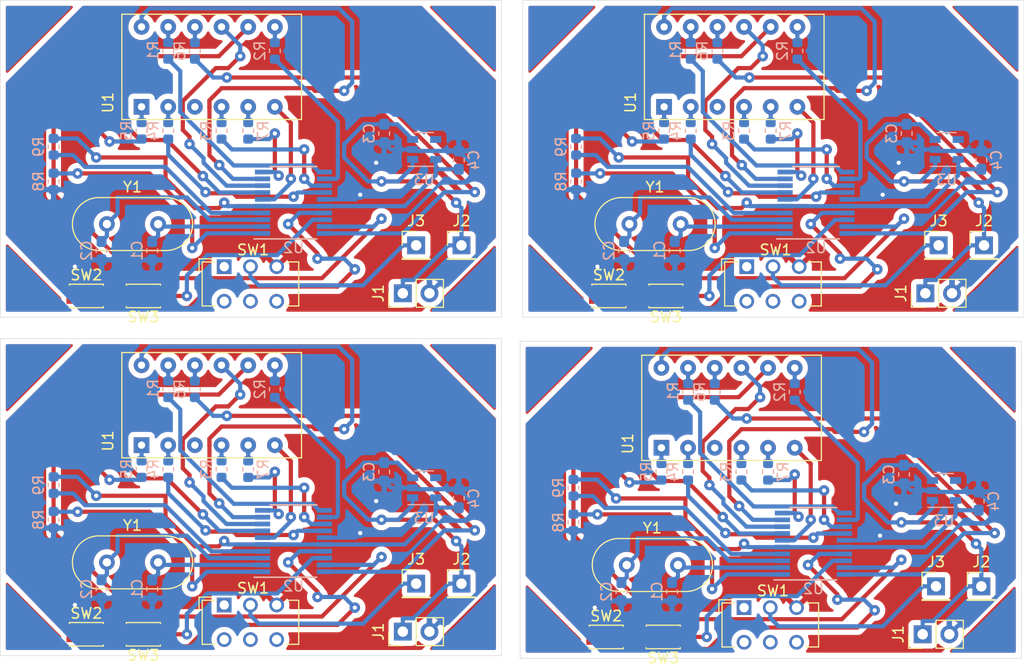
<source format=kicad_pcb>
(kicad_pcb (version 20171130) (host pcbnew 5.1.2-1.fc30)
  (layers (0 F.Cu signal) (31 B.Cu signal) (34 B.Paste user) (35 F.Paste user) (36 B.SilkS user) (37 F.SilkS user) (38 B.Mask user) (39 F.Mask user) (44 Edge.Cuts user))
  (net 0 "")
  (net 1 GND)
  (net 2 "Net-(C1-Pad1)")
  (net 3 "Net-(C2-Pad1)")
  (net 4 "Net-(C3-Pad1)")
  (net 5 +3V3)
  (net 6 "Net-(J3-Pad1)")
  (net 7 "Net-(R1-Pad1)")
  (net 8 SA)
  (net 9 SB)
  (net 10 "Net-(R2-Pad1)")
  (net 11 SC)
  (net 12 "Net-(R3-Pad1)")
  (net 13 SD)
  (net 14 "Net-(R4-Pad1)")
  (net 15 "Net-(R5-Pad1)")
  (net 16 SE)
  (net 17 "Net-(R6-Pad1)")
  (net 18 SF)
  (net 19 SG)
  (net 20 "Net-(R7-Pad2)")
  (net 21 "Net-(R8-Pad1)")
  (net 22 "Net-(R9-Pad2)")
  (net 23 "Net-(SW1-Pad1)")
  (net 24 "Net-(SW2-Pad1)")
  (net 25 "Net-(SW3-Pad1)")
  (net 26 "Net-(U1-Pad3)")
  (net 27 D4)
  (net 28 D3)
  (net 29 D2)
  (net 30 D1)
  (net 31 "Net-(U3-Pad4)")
  (module Capacitor_SMD:C_0603_1608Metric_Pad1.05x0.95mm_HandSolder (layer B.Cu) (at 187.706 103.886 270)
    (fp_text reference C3 (at 0 1.43 90) (layer B.SilkS) (effects (justify mirror)))
    (fp_text value 100n)
    (pad 2 smd roundrect (at 0.875 0 270) (size 1.05 0.95) (layers B.Cu B.Paste B.Mask))
    (pad 1 smd roundrect (at -0.875 0 270) (size 1.05 0.95) (layers B.Cu B.Paste B.Mask))
  )
  (module Resistor_SMD:R_0603_1608Metric (layer B.Cu) (at 156.21 108.458 270)
    (fp_text reference R8 (at 0 1.43 90) (layer B.SilkS) (effects (justify mirror)))
    (fp_text value 10k)
    (pad 1 smd roundrect (at -0.7875 0 270) (size 0.875 0.95) (layers B.Cu B.Paste B.Mask))
    (pad 2 smd roundrect (at 0.7875 0 270) (size 0.875 0.95) (layers B.Cu B.Paste B.Mask))
  )
  (module Capacitor_SMD:C_0603_1608Metric_Pad1.05x0.95mm_HandSolder (layer B.Cu) (at 165.608 115.062 270)
    (fp_text reference C1 (at 0 1.43 90) (layer B.SilkS) (effects (justify mirror)))
    (fp_text value 22p)
    (pad 2 smd roundrect (at 0.875 0 270) (size 1.05 0.95) (layers B.Cu B.Paste B.Mask))
    (pad 1 smd roundrect (at -0.875 0 270) (size 1.05 0.95) (layers B.Cu B.Paste B.Mask))
  )
  (module Connector_PinHeader_2.54mm:PinHeader_1x01_P2.54mm_Vertical (layer F.Cu) (at 195.072 114.554)
    (fp_text reference J2 (at 0 -2.33) (layer F.SilkS))
    (fp_text value Cell+)
    (pad 1 thru_hole rect (at 0 0) (size 1.7 1.7) (drill 1) (layers *.Cu *.Mask))
  )
  (module Package_SO:TSSOP-20_4.4x6.5mm_P0.65mm (layer B.Cu) (at 179.07 110.49)
    (fp_text reference U2 (at 0 4.3) (layer B.SilkS) (effects (justify mirror)))
    (fp_text value STM32F030F4Px)
    (pad 1 smd rect (at -2.95 2.925) (size 1.45 0.45) (layers B.Cu B.Paste B.Mask))
    (pad 2 smd rect (at -2.95 2.275) (size 1.45 0.45) (layers B.Cu B.Paste B.Mask))
    (pad 3 smd rect (at -2.95 1.625) (size 1.45 0.45) (layers B.Cu B.Paste B.Mask))
    (pad 4 smd rect (at -2.95 0.975) (size 1.45 0.45) (layers B.Cu B.Paste B.Mask))
    (pad 5 smd rect (at -2.95 0.325) (size 1.45 0.45) (layers B.Cu B.Paste B.Mask))
    (pad 6 smd rect (at -2.95 -0.325) (size 1.45 0.45) (layers B.Cu B.Paste B.Mask))
    (pad 7 smd rect (at -2.95 -0.975) (size 1.45 0.45) (layers B.Cu B.Paste B.Mask))
    (pad 8 smd rect (at -2.95 -1.625) (size 1.45 0.45) (layers B.Cu B.Paste B.Mask))
    (pad 9 smd rect (at -2.95 -2.275) (size 1.45 0.45) (layers B.Cu B.Paste B.Mask))
    (pad 10 smd rect (at -2.95 -2.925) (size 1.45 0.45) (layers B.Cu B.Paste B.Mask))
    (pad 11 smd rect (at 2.95 -2.925) (size 1.45 0.45) (layers B.Cu B.Paste B.Mask))
    (pad 12 smd rect (at 2.95 -2.275) (size 1.45 0.45) (layers B.Cu B.Paste B.Mask))
    (pad 13 smd rect (at 2.95 -1.625) (size 1.45 0.45) (layers B.Cu B.Paste B.Mask))
    (pad 14 smd rect (at 2.95 -0.975) (size 1.45 0.45) (layers B.Cu B.Paste B.Mask))
    (pad 15 smd rect (at 2.95 -0.325) (size 1.45 0.45) (layers B.Cu B.Paste B.Mask))
    (pad 16 smd rect (at 2.95 0.325) (size 1.45 0.45) (layers B.Cu B.Paste B.Mask))
    (pad 17 smd rect (at 2.95 0.975) (size 1.45 0.45) (layers B.Cu B.Paste B.Mask))
    (pad 18 smd rect (at 2.95 1.625) (size 1.45 0.45) (layers B.Cu B.Paste B.Mask))
    (pad 19 smd rect (at 2.95 2.275) (size 1.45 0.45) (layers B.Cu B.Paste B.Mask))
    (pad 20 smd rect (at 2.95 2.925) (size 1.45 0.45) (layers B.Cu B.Paste B.Mask))
  )
  (module Display_7Segment:MAN3420A (layer F.Cu) (at 164.592 101.346 90)
    (fp_text reference U1 (at 0.4 -3.2 90) (layer F.SilkS))
    (fp_text value BQ-M322RD)
    (pad 1 thru_hole rect (at 0 0 90) (size 1.5 1.5) (drill 0.7) (layers *.Cu *.Mask))
    (pad 2 thru_hole circle (at 0 2.54 90) (size 1.5 1.5) (drill 0.7) (layers *.Cu *.Mask))
    (pad 3 thru_hole circle (at 0 5.08 90) (size 1.5 1.5) (drill 0.7) (layers *.Cu *.Mask))
    (pad 4 thru_hole circle (at 0 7.62 90) (size 1.5 1.5) (drill 0.7) (layers *.Cu *.Mask))
    (pad 5 thru_hole circle (at 0 10.16 90) (size 1.5 1.5) (drill 0.7) (layers *.Cu *.Mask))
    (pad 6 thru_hole circle (at 0 12.7 90) (size 1.5 1.5) (drill 0.7) (layers *.Cu *.Mask))
    (pad 7 thru_hole circle (at 7.62 12.7 90) (size 1.5 1.5) (drill 0.7) (layers *.Cu *.Mask))
    (pad 8 thru_hole circle (at 7.62 10.16 90) (size 1.5 1.5) (drill 0.7) (layers *.Cu *.Mask))
    (pad 9 thru_hole circle (at 7.62 7.62 90) (size 1.5 1.5) (drill 0.7) (layers *.Cu *.Mask))
    (pad 10 thru_hole circle (at 7.62 5.08 90) (size 1.5 1.5) (drill 0.7) (layers *.Cu *.Mask))
    (pad 11 thru_hole circle (at 7.62 2.54 90) (size 1.5 1.5) (drill 0.7) (layers *.Cu *.Mask))
    (pad 12 thru_hole circle (at 7.62 0 90) (size 1.5 1.5) (drill 0.7) (layers *.Cu *.Mask))
  )
  (module Button_Switch_SMD:SW_SPST_CK_KXT3 (layer F.Cu) (at 159.336 119.38)
    (fp_text reference SW2 (at 0 -2) (layer F.SilkS))
    (fp_text value SET)
    (pad 1 smd rect (at -1.625 0) (size 0.55 1.5) (layers F.Cu F.Paste F.Mask))
    (pad 2 smd rect (at 1.625 0) (size 0.55 1.5) (layers F.Cu F.Paste F.Mask))
  )
  (module Resistor_SMD:R_0603_1608Metric (layer B.Cu) (at 167.132 96.012 270)
    (fp_text reference R1 (at 0 1.43 90) (layer B.SilkS) (effects (justify mirror)))
    (fp_text value 120)
    (pad 1 smd roundrect (at -0.7875 0 270) (size 0.875 0.95) (layers B.Cu B.Paste B.Mask))
    (pad 2 smd roundrect (at 0.7875 0 270) (size 0.875 0.95) (layers B.Cu B.Paste B.Mask))
  )
  (module Capacitor_SMD:C_0603_1608Metric_Pad1.05x0.95mm_HandSolder (layer B.Cu) (at 194.818 106.426 90)
    (fp_text reference C4 (at 0 1.43 90) (layer B.SilkS) (effects (justify mirror)))
    (fp_text value 100n)
    (pad 1 smd roundrect (at -0.875 0 90) (size 1.05 0.95) (layers B.Cu B.Paste B.Mask))
    (pad 2 smd roundrect (at 0.875 0 90) (size 1.05 0.95) (layers B.Cu B.Paste B.Mask))
  )
  (module Resistor_SMD:R_0603_1608Metric (layer B.Cu) (at 177.292 96.012 270)
    (fp_text reference R2 (at 0 1.43 90) (layer B.SilkS) (effects (justify mirror)))
    (fp_text value 120)
    (pad 2 smd roundrect (at 0.7875 0 270) (size 0.875 0.95) (layers B.Cu B.Paste B.Mask))
    (pad 1 smd roundrect (at -0.7875 0 270) (size 0.875 0.95) (layers B.Cu B.Paste B.Mask))
  )
  (module Resistor_SMD:R_0603_1608Metric (layer B.Cu) (at 172.212 103.632 270)
    (fp_text reference R3 (at 0 1.43 90) (layer B.SilkS) (effects (justify mirror)))
    (fp_text value 120)
    (pad 2 smd roundrect (at 0.7875 0 270) (size 0.875 0.95) (layers B.Cu B.Paste B.Mask))
    (pad 1 smd roundrect (at -0.7875 0 270) (size 0.875 0.95) (layers B.Cu B.Paste B.Mask))
  )
  (module Package_TO_SOT_SMD:SOT-23-5 (layer B.Cu) (at 191.516 105.41)
    (fp_text reference U3 (at 0 2.9) (layer B.SilkS) (effects (justify mirror)))
    (fp_text value "TC1185-3.3VCT8 ")
    (pad 1 smd rect (at -1.1 0.95) (size 1.06 0.65) (layers B.Cu B.Paste B.Mask))
    (pad 2 smd rect (at -1.1 0) (size 1.06 0.65) (layers B.Cu B.Paste B.Mask))
    (pad 3 smd rect (at -1.1 -0.95) (size 1.06 0.65) (layers B.Cu B.Paste B.Mask))
    (pad 4 smd rect (at 1.1 -0.95) (size 1.06 0.65) (layers B.Cu B.Paste B.Mask))
    (pad 5 smd rect (at 1.1 0.95) (size 1.06 0.65) (layers B.Cu B.Paste B.Mask))
  )
  (module Connector_PinHeader_2.54mm:PinHeader_1x01_P2.54mm_Vertical (layer F.Cu) (at 190.754 114.554)
    (fp_text reference J3 (at 0 -2.33) (layer F.SilkS))
    (fp_text value Cell-)
    (pad 1 thru_hole rect (at 0 0) (size 1.7 1.7) (drill 1) (layers *.Cu *.Mask))
  )
  (module Connector_PinHeader_2.54mm:PinHeader_1x02_P2.54mm_Vertical (layer F.Cu) (at 189.484 119.126 90)
    (fp_text reference J1 (at 0 -2.33 90) (layer F.SilkS))
    (fp_text value Goldpin)
    (pad 1 thru_hole rect (at 0 0 90) (size 1.7 1.7) (drill 1) (layers *.Cu *.Mask))
    (pad 2 thru_hole oval (at 0 2.54 90) (size 1.7 1.7) (drill 1) (layers *.Cu *.Mask))
  )
  (module Resistor_SMD:R_0603_1608Metric (layer B.Cu) (at 169.672 96.012 270)
    (fp_text reference R6 (at 0 1.43 90) (layer B.SilkS) (effects (justify mirror)))
    (fp_text value 120)
    (pad 1 smd roundrect (at -0.7875 0 270) (size 0.875 0.95) (layers B.Cu B.Paste B.Mask))
    (pad 2 smd roundrect (at 0.7875 0 270) (size 0.875 0.95) (layers B.Cu B.Paste B.Mask))
  )
  (module Button_Switch_THT:SW_CuK_JS202011CQN_DPDT_Straight (layer F.Cu) (at 172.466 116.586)
    (fp_text reference SW1 (at 2.75 -1.6) (layer F.SilkS))
    (fp_text value POWER)
    (pad 1 thru_hole rect (at 0 0) (size 1.4 1.4) (drill 0.9) (layers *.Cu *.Mask))
    (pad 2 thru_hole circle (at 2.5 0) (size 1.4 1.4) (drill 0.9) (layers *.Cu *.Mask))
    (pad 3 thru_hole circle (at 5 0) (size 1.4 1.4) (drill 0.9) (layers *.Cu *.Mask))
    (pad 4 thru_hole circle (at 0 3.3) (size 1.4 1.4) (drill 0.9) (layers *.Cu *.Mask))
    (pad 5 thru_hole circle (at 2.5 3.3) (size 1.4 1.4) (drill 0.9) (layers *.Cu *.Mask))
    (pad 6 thru_hole circle (at 5 3.3) (size 1.4 1.4) (drill 0.9) (layers *.Cu *.Mask))
  )
  (module Resistor_SMD:R_0603_1608Metric (layer B.Cu) (at 167.132 103.632 270)
    (fp_text reference R4 (at 0 1.43 90) (layer B.SilkS) (effects (justify mirror)))
    (fp_text value 120)
    (pad 2 smd roundrect (at 0.7875 0 270) (size 0.875 0.95) (layers B.Cu B.Paste B.Mask))
    (pad 1 smd roundrect (at -0.7875 0 270) (size 0.875 0.95) (layers B.Cu B.Paste B.Mask))
  )
  (module Button_Switch_SMD:SW_SPST_CK_KXT3 (layer F.Cu) (at 164.768 119.38 180)
    (fp_text reference SW3 (at 0 -2) (layer F.SilkS))
    (fp_text value CLEAR)
    (pad 2 smd rect (at 1.625 0 180) (size 0.55 1.5) (layers F.Cu F.Paste F.Mask))
    (pad 1 smd rect (at -1.625 0 180) (size 0.55 1.5) (layers F.Cu F.Paste F.Mask))
  )
  (module Resistor_SMD:R_0603_1608Metric (layer B.Cu) (at 156.21 105.156 270)
    (fp_text reference R9 (at 0 1.43 90) (layer B.SilkS) (effects (justify mirror)))
    (fp_text value 10k)
    (pad 2 smd roundrect (at 0.7875 0 270) (size 0.875 0.95) (layers B.Cu B.Paste B.Mask))
    (pad 1 smd roundrect (at -0.7875 0 270) (size 0.875 0.95) (layers B.Cu B.Paste B.Mask))
  )
  (module Crystal:Crystal_HC49-4H_Vertical (layer F.Cu) (at 161.29 112.522)
    (fp_text reference Y1 (at 2.44 -3.525) (layer F.SilkS))
    (fp_text value 18.432MHz)
    (pad 1 thru_hole circle (at 0 0) (size 1.5 1.5) (drill 0.8) (layers *.Cu *.Mask))
    (pad 2 thru_hole circle (at 4.88 0) (size 1.5 1.5) (drill 0.8) (layers *.Cu *.Mask))
  )
  (module Resistor_SMD:R_0603_1608Metric (layer B.Cu) (at 164.592 103.632 270)
    (fp_text reference R5 (at 0 1.43 90) (layer B.SilkS) (effects (justify mirror)))
    (fp_text value 120)
    (pad 1 smd roundrect (at -0.7875 0 270) (size 0.875 0.95) (layers B.Cu B.Paste B.Mask))
    (pad 2 smd roundrect (at 0.7875 0 270) (size 0.875 0.95) (layers B.Cu B.Paste B.Mask))
  )
  (module Capacitor_SMD:C_0603_1608Metric_Pad1.05x0.95mm_HandSolder (layer B.Cu) (at 160.782 115.062 270)
    (fp_text reference C2 (at 0 1.43 90) (layer B.SilkS) (effects (justify mirror)))
    (fp_text value 22p)
    (pad 1 smd roundrect (at -0.875 0 270) (size 1.05 0.95) (layers B.Cu B.Paste B.Mask))
    (pad 2 smd roundrect (at 0.875 0 270) (size 1.05 0.95) (layers B.Cu B.Paste B.Mask))
  )
  (module Resistor_SMD:R_0603_1608Metric (layer B.Cu) (at 174.752 103.632 90)
    (fp_text reference R7 (at 0 1.43 90) (layer B.SilkS) (effects (justify mirror)))
    (fp_text value 120)
    (pad 1 smd roundrect (at -0.7875 0 90) (size 0.875 0.95) (layers B.Cu B.Paste B.Mask))
    (pad 2 smd roundrect (at 0.7875 0 90) (size 0.875 0.95) (layers B.Cu B.Paste B.Mask))
  )
  (module Capacitor_SMD:C_0603_1608Metric_Pad1.05x0.95mm_HandSolder (layer B.Cu) (at 187.706 71.628 270)
    (fp_text reference C3 (at 0 1.43 90) (layer B.SilkS) (effects (justify mirror)))
    (fp_text value 100n)
    (pad 2 smd roundrect (at 0.875 0 270) (size 1.05 0.95) (layers B.Cu B.Paste B.Mask))
    (pad 1 smd roundrect (at -0.875 0 270) (size 1.05 0.95) (layers B.Cu B.Paste B.Mask))
  )
  (module Resistor_SMD:R_0603_1608Metric (layer B.Cu) (at 156.21 76.2 270)
    (fp_text reference R8 (at 0 1.43 90) (layer B.SilkS) (effects (justify mirror)))
    (fp_text value 10k)
    (pad 1 smd roundrect (at -0.7875 0 270) (size 0.875 0.95) (layers B.Cu B.Paste B.Mask))
    (pad 2 smd roundrect (at 0.7875 0 270) (size 0.875 0.95) (layers B.Cu B.Paste B.Mask))
  )
  (module Capacitor_SMD:C_0603_1608Metric_Pad1.05x0.95mm_HandSolder (layer B.Cu) (at 165.608 82.804 270)
    (fp_text reference C1 (at 0 1.43 90) (layer B.SilkS) (effects (justify mirror)))
    (fp_text value 22p)
    (pad 2 smd roundrect (at 0.875 0 270) (size 1.05 0.95) (layers B.Cu B.Paste B.Mask))
    (pad 1 smd roundrect (at -0.875 0 270) (size 1.05 0.95) (layers B.Cu B.Paste B.Mask))
  )
  (module Connector_PinHeader_2.54mm:PinHeader_1x01_P2.54mm_Vertical (layer F.Cu) (at 195.072 82.296)
    (fp_text reference J2 (at 0 -2.33) (layer F.SilkS))
    (fp_text value Cell+)
    (pad 1 thru_hole rect (at 0 0) (size 1.7 1.7) (drill 1) (layers *.Cu *.Mask))
  )
  (module Package_SO:TSSOP-20_4.4x6.5mm_P0.65mm (layer B.Cu) (at 179.07 78.232)
    (fp_text reference U2 (at 0 4.3) (layer B.SilkS) (effects (justify mirror)))
    (fp_text value STM32F030F4Px)
    (pad 1 smd rect (at -2.95 2.925) (size 1.45 0.45) (layers B.Cu B.Paste B.Mask))
    (pad 2 smd rect (at -2.95 2.275) (size 1.45 0.45) (layers B.Cu B.Paste B.Mask))
    (pad 3 smd rect (at -2.95 1.625) (size 1.45 0.45) (layers B.Cu B.Paste B.Mask))
    (pad 4 smd rect (at -2.95 0.975) (size 1.45 0.45) (layers B.Cu B.Paste B.Mask))
    (pad 5 smd rect (at -2.95 0.325) (size 1.45 0.45) (layers B.Cu B.Paste B.Mask))
    (pad 6 smd rect (at -2.95 -0.325) (size 1.45 0.45) (layers B.Cu B.Paste B.Mask))
    (pad 7 smd rect (at -2.95 -0.975) (size 1.45 0.45) (layers B.Cu B.Paste B.Mask))
    (pad 8 smd rect (at -2.95 -1.625) (size 1.45 0.45) (layers B.Cu B.Paste B.Mask))
    (pad 9 smd rect (at -2.95 -2.275) (size 1.45 0.45) (layers B.Cu B.Paste B.Mask))
    (pad 10 smd rect (at -2.95 -2.925) (size 1.45 0.45) (layers B.Cu B.Paste B.Mask))
    (pad 11 smd rect (at 2.95 -2.925) (size 1.45 0.45) (layers B.Cu B.Paste B.Mask))
    (pad 12 smd rect (at 2.95 -2.275) (size 1.45 0.45) (layers B.Cu B.Paste B.Mask))
    (pad 13 smd rect (at 2.95 -1.625) (size 1.45 0.45) (layers B.Cu B.Paste B.Mask))
    (pad 14 smd rect (at 2.95 -0.975) (size 1.45 0.45) (layers B.Cu B.Paste B.Mask))
    (pad 15 smd rect (at 2.95 -0.325) (size 1.45 0.45) (layers B.Cu B.Paste B.Mask))
    (pad 16 smd rect (at 2.95 0.325) (size 1.45 0.45) (layers B.Cu B.Paste B.Mask))
    (pad 17 smd rect (at 2.95 0.975) (size 1.45 0.45) (layers B.Cu B.Paste B.Mask))
    (pad 18 smd rect (at 2.95 1.625) (size 1.45 0.45) (layers B.Cu B.Paste B.Mask))
    (pad 19 smd rect (at 2.95 2.275) (size 1.45 0.45) (layers B.Cu B.Paste B.Mask))
    (pad 20 smd rect (at 2.95 2.925) (size 1.45 0.45) (layers B.Cu B.Paste B.Mask))
  )
  (module Display_7Segment:MAN3420A (layer F.Cu) (at 164.592 69.088 90)
    (fp_text reference U1 (at 0.4 -3.2 90) (layer F.SilkS))
    (fp_text value BQ-M322RD)
    (pad 1 thru_hole rect (at 0 0 90) (size 1.5 1.5) (drill 0.7) (layers *.Cu *.Mask))
    (pad 2 thru_hole circle (at 0 2.54 90) (size 1.5 1.5) (drill 0.7) (layers *.Cu *.Mask))
    (pad 3 thru_hole circle (at 0 5.08 90) (size 1.5 1.5) (drill 0.7) (layers *.Cu *.Mask))
    (pad 4 thru_hole circle (at 0 7.62 90) (size 1.5 1.5) (drill 0.7) (layers *.Cu *.Mask))
    (pad 5 thru_hole circle (at 0 10.16 90) (size 1.5 1.5) (drill 0.7) (layers *.Cu *.Mask))
    (pad 6 thru_hole circle (at 0 12.7 90) (size 1.5 1.5) (drill 0.7) (layers *.Cu *.Mask))
    (pad 7 thru_hole circle (at 7.62 12.7 90) (size 1.5 1.5) (drill 0.7) (layers *.Cu *.Mask))
    (pad 8 thru_hole circle (at 7.62 10.16 90) (size 1.5 1.5) (drill 0.7) (layers *.Cu *.Mask))
    (pad 9 thru_hole circle (at 7.62 7.62 90) (size 1.5 1.5) (drill 0.7) (layers *.Cu *.Mask))
    (pad 10 thru_hole circle (at 7.62 5.08 90) (size 1.5 1.5) (drill 0.7) (layers *.Cu *.Mask))
    (pad 11 thru_hole circle (at 7.62 2.54 90) (size 1.5 1.5) (drill 0.7) (layers *.Cu *.Mask))
    (pad 12 thru_hole circle (at 7.62 0 90) (size 1.5 1.5) (drill 0.7) (layers *.Cu *.Mask))
  )
  (module Button_Switch_SMD:SW_SPST_CK_KXT3 (layer F.Cu) (at 159.336 87.122)
    (fp_text reference SW2 (at 0 -2) (layer F.SilkS))
    (fp_text value SET)
    (pad 1 smd rect (at -1.625 0) (size 0.55 1.5) (layers F.Cu F.Paste F.Mask))
    (pad 2 smd rect (at 1.625 0) (size 0.55 1.5) (layers F.Cu F.Paste F.Mask))
  )
  (module Resistor_SMD:R_0603_1608Metric (layer B.Cu) (at 167.132 63.754 270)
    (fp_text reference R1 (at 0 1.43 90) (layer B.SilkS) (effects (justify mirror)))
    (fp_text value 120)
    (pad 1 smd roundrect (at -0.7875 0 270) (size 0.875 0.95) (layers B.Cu B.Paste B.Mask))
    (pad 2 smd roundrect (at 0.7875 0 270) (size 0.875 0.95) (layers B.Cu B.Paste B.Mask))
  )
  (module Capacitor_SMD:C_0603_1608Metric_Pad1.05x0.95mm_HandSolder (layer B.Cu) (at 194.818 74.168 90)
    (fp_text reference C4 (at 0 1.43 90) (layer B.SilkS) (effects (justify mirror)))
    (fp_text value 100n)
    (pad 1 smd roundrect (at -0.875 0 90) (size 1.05 0.95) (layers B.Cu B.Paste B.Mask))
    (pad 2 smd roundrect (at 0.875 0 90) (size 1.05 0.95) (layers B.Cu B.Paste B.Mask))
  )
  (module Resistor_SMD:R_0603_1608Metric (layer B.Cu) (at 177.292 63.754 270)
    (fp_text reference R2 (at 0 1.43 90) (layer B.SilkS) (effects (justify mirror)))
    (fp_text value 120)
    (pad 2 smd roundrect (at 0.7875 0 270) (size 0.875 0.95) (layers B.Cu B.Paste B.Mask))
    (pad 1 smd roundrect (at -0.7875 0 270) (size 0.875 0.95) (layers B.Cu B.Paste B.Mask))
  )
  (module Resistor_SMD:R_0603_1608Metric (layer B.Cu) (at 172.212 71.374 270)
    (fp_text reference R3 (at 0 1.43 90) (layer B.SilkS) (effects (justify mirror)))
    (fp_text value 120)
    (pad 2 smd roundrect (at 0.7875 0 270) (size 0.875 0.95) (layers B.Cu B.Paste B.Mask))
    (pad 1 smd roundrect (at -0.7875 0 270) (size 0.875 0.95) (layers B.Cu B.Paste B.Mask))
  )
  (module Package_TO_SOT_SMD:SOT-23-5 (layer B.Cu) (at 191.516 73.152)
    (fp_text reference U3 (at 0 2.9) (layer B.SilkS) (effects (justify mirror)))
    (fp_text value "TC1185-3.3VCT8 ")
    (pad 1 smd rect (at -1.1 0.95) (size 1.06 0.65) (layers B.Cu B.Paste B.Mask))
    (pad 2 smd rect (at -1.1 0) (size 1.06 0.65) (layers B.Cu B.Paste B.Mask))
    (pad 3 smd rect (at -1.1 -0.95) (size 1.06 0.65) (layers B.Cu B.Paste B.Mask))
    (pad 4 smd rect (at 1.1 -0.95) (size 1.06 0.65) (layers B.Cu B.Paste B.Mask))
    (pad 5 smd rect (at 1.1 0.95) (size 1.06 0.65) (layers B.Cu B.Paste B.Mask))
  )
  (module Connector_PinHeader_2.54mm:PinHeader_1x01_P2.54mm_Vertical (layer F.Cu) (at 190.754 82.296)
    (fp_text reference J3 (at 0 -2.33) (layer F.SilkS))
    (fp_text value Cell-)
    (pad 1 thru_hole rect (at 0 0) (size 1.7 1.7) (drill 1) (layers *.Cu *.Mask))
  )
  (module Connector_PinHeader_2.54mm:PinHeader_1x02_P2.54mm_Vertical (layer F.Cu) (at 189.484 86.868 90)
    (fp_text reference J1 (at 0 -2.33 90) (layer F.SilkS))
    (fp_text value Goldpin)
    (pad 1 thru_hole rect (at 0 0 90) (size 1.7 1.7) (drill 1) (layers *.Cu *.Mask))
    (pad 2 thru_hole oval (at 0 2.54 90) (size 1.7 1.7) (drill 1) (layers *.Cu *.Mask))
  )
  (module Resistor_SMD:R_0603_1608Metric (layer B.Cu) (at 169.672 63.754 270)
    (fp_text reference R6 (at 0 1.43 90) (layer B.SilkS) (effects (justify mirror)))
    (fp_text value 120)
    (pad 1 smd roundrect (at -0.7875 0 270) (size 0.875 0.95) (layers B.Cu B.Paste B.Mask))
    (pad 2 smd roundrect (at 0.7875 0 270) (size 0.875 0.95) (layers B.Cu B.Paste B.Mask))
  )
  (module Button_Switch_THT:SW_CuK_JS202011CQN_DPDT_Straight (layer F.Cu) (at 172.466 84.328)
    (fp_text reference SW1 (at 2.75 -1.6) (layer F.SilkS))
    (fp_text value POWER)
    (pad 1 thru_hole rect (at 0 0) (size 1.4 1.4) (drill 0.9) (layers *.Cu *.Mask))
    (pad 2 thru_hole circle (at 2.5 0) (size 1.4 1.4) (drill 0.9) (layers *.Cu *.Mask))
    (pad 3 thru_hole circle (at 5 0) (size 1.4 1.4) (drill 0.9) (layers *.Cu *.Mask))
    (pad 4 thru_hole circle (at 0 3.3) (size 1.4 1.4) (drill 0.9) (layers *.Cu *.Mask))
    (pad 5 thru_hole circle (at 2.5 3.3) (size 1.4 1.4) (drill 0.9) (layers *.Cu *.Mask))
    (pad 6 thru_hole circle (at 5 3.3) (size 1.4 1.4) (drill 0.9) (layers *.Cu *.Mask))
  )
  (module Resistor_SMD:R_0603_1608Metric (layer B.Cu) (at 167.132 71.374 270)
    (fp_text reference R4 (at 0 1.43 90) (layer B.SilkS) (effects (justify mirror)))
    (fp_text value 120)
    (pad 2 smd roundrect (at 0.7875 0 270) (size 0.875 0.95) (layers B.Cu B.Paste B.Mask))
    (pad 1 smd roundrect (at -0.7875 0 270) (size 0.875 0.95) (layers B.Cu B.Paste B.Mask))
  )
  (module Button_Switch_SMD:SW_SPST_CK_KXT3 (layer F.Cu) (at 164.768 87.122 180)
    (fp_text reference SW3 (at 0 -2) (layer F.SilkS))
    (fp_text value CLEAR)
    (pad 2 smd rect (at 1.625 0 180) (size 0.55 1.5) (layers F.Cu F.Paste F.Mask))
    (pad 1 smd rect (at -1.625 0 180) (size 0.55 1.5) (layers F.Cu F.Paste F.Mask))
  )
  (module Resistor_SMD:R_0603_1608Metric (layer B.Cu) (at 156.21 72.898 270)
    (fp_text reference R9 (at 0 1.43 90) (layer B.SilkS) (effects (justify mirror)))
    (fp_text value 10k)
    (pad 2 smd roundrect (at 0.7875 0 270) (size 0.875 0.95) (layers B.Cu B.Paste B.Mask))
    (pad 1 smd roundrect (at -0.7875 0 270) (size 0.875 0.95) (layers B.Cu B.Paste B.Mask))
  )
  (module Crystal:Crystal_HC49-4H_Vertical (layer F.Cu) (at 161.29 80.264)
    (fp_text reference Y1 (at 2.44 -3.525) (layer F.SilkS))
    (fp_text value 18.432MHz)
    (pad 1 thru_hole circle (at 0 0) (size 1.5 1.5) (drill 0.8) (layers *.Cu *.Mask))
    (pad 2 thru_hole circle (at 4.88 0) (size 1.5 1.5) (drill 0.8) (layers *.Cu *.Mask))
  )
  (module Resistor_SMD:R_0603_1608Metric (layer B.Cu) (at 164.592 71.374 270)
    (fp_text reference R5 (at 0 1.43 90) (layer B.SilkS) (effects (justify mirror)))
    (fp_text value 120)
    (pad 1 smd roundrect (at -0.7875 0 270) (size 0.875 0.95) (layers B.Cu B.Paste B.Mask))
    (pad 2 smd roundrect (at 0.7875 0 270) (size 0.875 0.95) (layers B.Cu B.Paste B.Mask))
  )
  (module Capacitor_SMD:C_0603_1608Metric_Pad1.05x0.95mm_HandSolder (layer B.Cu) (at 160.782 82.804 270)
    (fp_text reference C2 (at 0 1.43 90) (layer B.SilkS) (effects (justify mirror)))
    (fp_text value 22p)
    (pad 1 smd roundrect (at -0.875 0 270) (size 1.05 0.95) (layers B.Cu B.Paste B.Mask))
    (pad 2 smd roundrect (at 0.875 0 270) (size 1.05 0.95) (layers B.Cu B.Paste B.Mask))
  )
  (module Resistor_SMD:R_0603_1608Metric (layer B.Cu) (at 174.752 71.374 90)
    (fp_text reference R7 (at 0 1.43 90) (layer B.SilkS) (effects (justify mirror)))
    (fp_text value 120)
    (pad 1 smd roundrect (at -0.7875 0 90) (size 0.875 0.95) (layers B.Cu B.Paste B.Mask))
    (pad 2 smd roundrect (at 0.7875 0 90) (size 0.875 0.95) (layers B.Cu B.Paste B.Mask))
  )
  (module Button_Switch_SMD:SW_SPST_CK_KXT3 (layer F.Cu) (at 209.12 87.122)
    (fp_text reference SW2 (at 0 -2) (layer F.SilkS))
    (fp_text value SET)
    (pad 2 smd rect (at 1.625 0) (size 0.55 1.5) (layers F.Cu F.Paste F.Mask))
    (pad 1 smd rect (at -1.625 0) (size 0.55 1.5) (layers F.Cu F.Paste F.Mask))
  )
  (module Resistor_SMD:R_0603_1608Metric (layer B.Cu) (at 216.916 63.754 270)
    (fp_text reference R1 (at 0 1.43 90) (layer B.SilkS) (effects (justify mirror)))
    (fp_text value 120)
    (pad 2 smd roundrect (at 0.7875 0 270) (size 0.875 0.95) (layers B.Cu B.Paste B.Mask))
    (pad 1 smd roundrect (at -0.7875 0 270) (size 0.875 0.95) (layers B.Cu B.Paste B.Mask))
  )
  (module Capacitor_SMD:C_0603_1608Metric_Pad1.05x0.95mm_HandSolder (layer B.Cu) (at 244.602 74.168 90)
    (fp_text reference C4 (at 0 1.43 90) (layer B.SilkS) (effects (justify mirror)))
    (fp_text value 100n)
    (pad 2 smd roundrect (at 0.875 0 90) (size 1.05 0.95) (layers B.Cu B.Paste B.Mask))
    (pad 1 smd roundrect (at -0.875 0 90) (size 1.05 0.95) (layers B.Cu B.Paste B.Mask))
  )
  (module Resistor_SMD:R_0603_1608Metric (layer B.Cu) (at 227.076 63.754 270)
    (fp_text reference R2 (at 0 1.43 90) (layer B.SilkS) (effects (justify mirror)))
    (fp_text value 120)
    (pad 1 smd roundrect (at -0.7875 0 270) (size 0.875 0.95) (layers B.Cu B.Paste B.Mask))
    (pad 2 smd roundrect (at 0.7875 0 270) (size 0.875 0.95) (layers B.Cu B.Paste B.Mask))
  )
  (module Resistor_SMD:R_0603_1608Metric (layer B.Cu) (at 221.996 71.374 270)
    (fp_text reference R3 (at 0 1.43 90) (layer B.SilkS) (effects (justify mirror)))
    (fp_text value 120)
    (pad 1 smd roundrect (at -0.7875 0 270) (size 0.875 0.95) (layers B.Cu B.Paste B.Mask))
    (pad 2 smd roundrect (at 0.7875 0 270) (size 0.875 0.95) (layers B.Cu B.Paste B.Mask))
  )
  (module Package_TO_SOT_SMD:SOT-23-5 (layer B.Cu) (at 241.3 73.152)
    (fp_text reference U3 (at 0 2.9) (layer B.SilkS) (effects (justify mirror)))
    (fp_text value "TC1185-3.3VCT8 ")
    (pad 5 smd rect (at 1.1 0.95) (size 1.06 0.65) (layers B.Cu B.Paste B.Mask))
    (pad 4 smd rect (at 1.1 -0.95) (size 1.06 0.65) (layers B.Cu B.Paste B.Mask))
    (pad 3 smd rect (at -1.1 -0.95) (size 1.06 0.65) (layers B.Cu B.Paste B.Mask))
    (pad 2 smd rect (at -1.1 0) (size 1.06 0.65) (layers B.Cu B.Paste B.Mask))
    (pad 1 smd rect (at -1.1 0.95) (size 1.06 0.65) (layers B.Cu B.Paste B.Mask))
  )
  (module Connector_PinHeader_2.54mm:PinHeader_1x01_P2.54mm_Vertical (layer F.Cu) (at 240.538 82.296)
    (fp_text reference J3 (at 0 -2.33) (layer F.SilkS))
    (fp_text value Cell-)
    (pad 1 thru_hole rect (at 0 0) (size 1.7 1.7) (drill 1) (layers *.Cu *.Mask))
  )
  (module Connector_PinHeader_2.54mm:PinHeader_1x02_P2.54mm_Vertical (layer F.Cu) (at 239.268 86.868 90)
    (fp_text reference J1 (at 0 -2.33 90) (layer F.SilkS))
    (fp_text value Goldpin)
    (pad 2 thru_hole oval (at 0 2.54 90) (size 1.7 1.7) (drill 1) (layers *.Cu *.Mask))
    (pad 1 thru_hole rect (at 0 0 90) (size 1.7 1.7) (drill 1) (layers *.Cu *.Mask))
  )
  (module Resistor_SMD:R_0603_1608Metric (layer B.Cu) (at 219.456 63.754 270)
    (fp_text reference R6 (at 0 1.43 90) (layer B.SilkS) (effects (justify mirror)))
    (fp_text value 120)
    (pad 2 smd roundrect (at 0.7875 0 270) (size 0.875 0.95) (layers B.Cu B.Paste B.Mask))
    (pad 1 smd roundrect (at -0.7875 0 270) (size 0.875 0.95) (layers B.Cu B.Paste B.Mask))
  )
  (module Button_Switch_THT:SW_CuK_JS202011CQN_DPDT_Straight (layer F.Cu) (at 222.25 84.328)
    (fp_text reference SW1 (at 2.75 -1.6) (layer F.SilkS))
    (fp_text value POWER)
    (pad 6 thru_hole circle (at 5 3.3) (size 1.4 1.4) (drill 0.9) (layers *.Cu *.Mask))
    (pad 5 thru_hole circle (at 2.5 3.3) (size 1.4 1.4) (drill 0.9) (layers *.Cu *.Mask))
    (pad 4 thru_hole circle (at 0 3.3) (size 1.4 1.4) (drill 0.9) (layers *.Cu *.Mask))
    (pad 3 thru_hole circle (at 5 0) (size 1.4 1.4) (drill 0.9) (layers *.Cu *.Mask))
    (pad 2 thru_hole circle (at 2.5 0) (size 1.4 1.4) (drill 0.9) (layers *.Cu *.Mask))
    (pad 1 thru_hole rect (at 0 0) (size 1.4 1.4) (drill 0.9) (layers *.Cu *.Mask))
  )
  (module Resistor_SMD:R_0603_1608Metric (layer B.Cu) (at 216.916 71.374 270)
    (fp_text reference R4 (at 0 1.43 90) (layer B.SilkS) (effects (justify mirror)))
    (fp_text value 120)
    (pad 1 smd roundrect (at -0.7875 0 270) (size 0.875 0.95) (layers B.Cu B.Paste B.Mask))
    (pad 2 smd roundrect (at 0.7875 0 270) (size 0.875 0.95) (layers B.Cu B.Paste B.Mask))
  )
  (module Button_Switch_SMD:SW_SPST_CK_KXT3 (layer F.Cu) (at 214.552 87.122 180)
    (fp_text reference SW3 (at 0 -2) (layer F.SilkS))
    (fp_text value CLEAR)
    (pad 1 smd rect (at -1.625 0 180) (size 0.55 1.5) (layers F.Cu F.Paste F.Mask))
    (pad 2 smd rect (at 1.625 0 180) (size 0.55 1.5) (layers F.Cu F.Paste F.Mask))
  )
  (module Resistor_SMD:R_0603_1608Metric (layer B.Cu) (at 224.536 71.374 90)
    (fp_text reference R7 (at 0 1.43 90) (layer B.SilkS) (effects (justify mirror)))
    (fp_text value 120)
    (pad 2 smd roundrect (at 0.7875 0 90) (size 0.875 0.95) (layers B.Cu B.Paste B.Mask))
    (pad 1 smd roundrect (at -0.7875 0 90) (size 0.875 0.95) (layers B.Cu B.Paste B.Mask))
  )
  (module Resistor_SMD:R_0603_1608Metric (layer B.Cu) (at 214.376 71.374 270)
    (fp_text reference R5 (at 0 1.43 90) (layer B.SilkS) (effects (justify mirror)))
    (fp_text value 120)
    (pad 2 smd roundrect (at 0.7875 0 270) (size 0.875 0.95) (layers B.Cu B.Paste B.Mask))
    (pad 1 smd roundrect (at -0.7875 0 270) (size 0.875 0.95) (layers B.Cu B.Paste B.Mask))
  )
  (module Crystal:Crystal_HC49-4H_Vertical (layer F.Cu) (at 211.074 80.264)
    (fp_text reference Y1 (at 2.44 -3.525) (layer F.SilkS))
    (fp_text value 18.432MHz)
    (pad 2 thru_hole circle (at 4.88 0) (size 1.5 1.5) (drill 0.8) (layers *.Cu *.Mask))
    (pad 1 thru_hole circle (at 0 0) (size 1.5 1.5) (drill 0.8) (layers *.Cu *.Mask))
  )
  (module Resistor_SMD:R_0603_1608Metric (layer B.Cu) (at 205.994 72.898 270)
    (fp_text reference R9 (at 0 1.43 90) (layer B.SilkS) (effects (justify mirror)))
    (fp_text value 10k)
    (pad 1 smd roundrect (at -0.7875 0 270) (size 0.875 0.95) (layers B.Cu B.Paste B.Mask))
    (pad 2 smd roundrect (at 0.7875 0 270) (size 0.875 0.95) (layers B.Cu B.Paste B.Mask))
  )
  (module Resistor_SMD:R_0603_1608Metric (layer B.Cu) (at 205.994 76.2 270)
    (fp_text reference R8 (at 0 1.43 90) (layer B.SilkS) (effects (justify mirror)))
    (fp_text value 10k)
    (pad 2 smd roundrect (at 0.7875 0 270) (size 0.875 0.95) (layers B.Cu B.Paste B.Mask))
    (pad 1 smd roundrect (at -0.7875 0 270) (size 0.875 0.95) (layers B.Cu B.Paste B.Mask))
  )
  (module Connector_PinHeader_2.54mm:PinHeader_1x01_P2.54mm_Vertical (layer F.Cu) (at 244.856 82.296)
    (fp_text reference J2 (at 0 -2.33) (layer F.SilkS))
    (fp_text value Cell+)
    (pad 1 thru_hole rect (at 0 0) (size 1.7 1.7) (drill 1) (layers *.Cu *.Mask))
  )
  (module Display_7Segment:MAN3420A (layer F.Cu) (at 214.376 69.088 90)
    (fp_text reference U1 (at 0.4 -3.2 90) (layer F.SilkS))
    (fp_text value BQ-M322RD)
    (pad 12 thru_hole circle (at 7.62 0 90) (size 1.5 1.5) (drill 0.7) (layers *.Cu *.Mask))
    (pad 11 thru_hole circle (at 7.62 2.54 90) (size 1.5 1.5) (drill 0.7) (layers *.Cu *.Mask))
    (pad 10 thru_hole circle (at 7.62 5.08 90) (size 1.5 1.5) (drill 0.7) (layers *.Cu *.Mask))
    (pad 9 thru_hole circle (at 7.62 7.62 90) (size 1.5 1.5) (drill 0.7) (layers *.Cu *.Mask))
    (pad 8 thru_hole circle (at 7.62 10.16 90) (size 1.5 1.5) (drill 0.7) (layers *.Cu *.Mask))
    (pad 7 thru_hole circle (at 7.62 12.7 90) (size 1.5 1.5) (drill 0.7) (layers *.Cu *.Mask))
    (pad 6 thru_hole circle (at 0 12.7 90) (size 1.5 1.5) (drill 0.7) (layers *.Cu *.Mask))
    (pad 5 thru_hole circle (at 0 10.16 90) (size 1.5 1.5) (drill 0.7) (layers *.Cu *.Mask))
    (pad 4 thru_hole circle (at 0 7.62 90) (size 1.5 1.5) (drill 0.7) (layers *.Cu *.Mask))
    (pad 3 thru_hole circle (at 0 5.08 90) (size 1.5 1.5) (drill 0.7) (layers *.Cu *.Mask))
    (pad 2 thru_hole circle (at 0 2.54 90) (size 1.5 1.5) (drill 0.7) (layers *.Cu *.Mask))
    (pad 1 thru_hole rect (at 0 0 90) (size 1.5 1.5) (drill 0.7) (layers *.Cu *.Mask))
  )
  (module Package_SO:TSSOP-20_4.4x6.5mm_P0.65mm (layer B.Cu) (at 228.854 78.232)
    (fp_text reference U2 (at 0 4.3) (layer B.SilkS) (effects (justify mirror)))
    (fp_text value STM32F030F4Px)
    (pad 20 smd rect (at 2.95 2.925) (size 1.45 0.45) (layers B.Cu B.Paste B.Mask))
    (pad 19 smd rect (at 2.95 2.275) (size 1.45 0.45) (layers B.Cu B.Paste B.Mask))
    (pad 18 smd rect (at 2.95 1.625) (size 1.45 0.45) (layers B.Cu B.Paste B.Mask))
    (pad 17 smd rect (at 2.95 0.975) (size 1.45 0.45) (layers B.Cu B.Paste B.Mask))
    (pad 16 smd rect (at 2.95 0.325) (size 1.45 0.45) (layers B.Cu B.Paste B.Mask))
    (pad 15 smd rect (at 2.95 -0.325) (size 1.45 0.45) (layers B.Cu B.Paste B.Mask))
    (pad 14 smd rect (at 2.95 -0.975) (size 1.45 0.45) (layers B.Cu B.Paste B.Mask))
    (pad 13 smd rect (at 2.95 -1.625) (size 1.45 0.45) (layers B.Cu B.Paste B.Mask))
    (pad 12 smd rect (at 2.95 -2.275) (size 1.45 0.45) (layers B.Cu B.Paste B.Mask))
    (pad 11 smd rect (at 2.95 -2.925) (size 1.45 0.45) (layers B.Cu B.Paste B.Mask))
    (pad 10 smd rect (at -2.95 -2.925) (size 1.45 0.45) (layers B.Cu B.Paste B.Mask))
    (pad 9 smd rect (at -2.95 -2.275) (size 1.45 0.45) (layers B.Cu B.Paste B.Mask))
    (pad 8 smd rect (at -2.95 -1.625) (size 1.45 0.45) (layers B.Cu B.Paste B.Mask))
    (pad 7 smd rect (at -2.95 -0.975) (size 1.45 0.45) (layers B.Cu B.Paste B.Mask))
    (pad 6 smd rect (at -2.95 -0.325) (size 1.45 0.45) (layers B.Cu B.Paste B.Mask))
    (pad 5 smd rect (at -2.95 0.325) (size 1.45 0.45) (layers B.Cu B.Paste B.Mask))
    (pad 4 smd rect (at -2.95 0.975) (size 1.45 0.45) (layers B.Cu B.Paste B.Mask))
    (pad 3 smd rect (at -2.95 1.625) (size 1.45 0.45) (layers B.Cu B.Paste B.Mask))
    (pad 2 smd rect (at -2.95 2.275) (size 1.45 0.45) (layers B.Cu B.Paste B.Mask))
    (pad 1 smd rect (at -2.95 2.925) (size 1.45 0.45) (layers B.Cu B.Paste B.Mask))
  )
  (module Capacitor_SMD:C_0603_1608Metric_Pad1.05x0.95mm_HandSolder (layer B.Cu) (at 215.392 82.804 270)
    (fp_text reference C1 (at 0 1.43 90) (layer B.SilkS) (effects (justify mirror)))
    (fp_text value 22p)
    (pad 1 smd roundrect (at -0.875 0 270) (size 1.05 0.95) (layers B.Cu B.Paste B.Mask))
    (pad 2 smd roundrect (at 0.875 0 270) (size 1.05 0.95) (layers B.Cu B.Paste B.Mask))
  )
  (module Capacitor_SMD:C_0603_1608Metric_Pad1.05x0.95mm_HandSolder (layer B.Cu) (at 210.566 82.804 270)
    (fp_text reference C2 (at 0 1.43 90) (layer B.SilkS) (effects (justify mirror)))
    (fp_text value 22p)
    (pad 2 smd roundrect (at 0.875 0 270) (size 1.05 0.95) (layers B.Cu B.Paste B.Mask))
    (pad 1 smd roundrect (at -0.875 0 270) (size 1.05 0.95) (layers B.Cu B.Paste B.Mask))
  )
  (module Capacitor_SMD:C_0603_1608Metric_Pad1.05x0.95mm_HandSolder (layer B.Cu) (at 237.49 71.628 270)
    (fp_text reference C3 (at 0 1.43 90) (layer B.SilkS) (effects (justify mirror)))
    (fp_text value 100n)
    (pad 1 smd roundrect (at -0.875 0 270) (size 1.05 0.95) (layers B.Cu B.Paste B.Mask))
    (pad 2 smd roundrect (at 0.875 0 270) (size 1.05 0.95) (layers B.Cu B.Paste B.Mask))
  )
  (module Button_Switch_THT:SW_CuK_JS202011CQN_DPDT_Straight (layer F.Cu) (at 221.996 116.84)
    (fp_text reference SW1 (at 2.75 -1.6) (layer F.SilkS))
    (fp_text value POWER)
    (pad 1 thru_hole rect (at 0 0) (size 1.4 1.4) (drill 0.9) (layers *.Cu *.Mask) (net 23 "Net-(SW1-Pad1)"))
    (pad 2 thru_hole circle (at 2.5 0) (size 1.4 1.4) (drill 0.9) (layers *.Cu *.Mask) (net 6 "Net-(J3-Pad1)"))
    (pad 3 thru_hole circle (at 5 0) (size 1.4 1.4) (drill 0.9) (layers *.Cu *.Mask) (net 1 GND))
    (pad 4 thru_hole circle (at 0 3.3) (size 1.4 1.4) (drill 0.9) (layers *.Cu *.Mask))
    (pad 5 thru_hole circle (at 2.5 3.3) (size 1.4 1.4) (drill 0.9) (layers *.Cu *.Mask))
    (pad 6 thru_hole circle (at 5 3.3) (size 1.4 1.4) (drill 0.9) (layers *.Cu *.Mask))
  )
  (module Connector_PinHeader_2.54mm:PinHeader_1x01_P2.54mm_Vertical (layer F.Cu) (at 244.602 114.808)
    (fp_text reference J2 (at 0 -2.33) (layer F.SilkS))
    (fp_text value Cell+)
    (pad 1 thru_hole rect (at 0 0) (size 1.7 1.7) (drill 1) (layers *.Cu *.Mask) (net 4 "Net-(C3-Pad1)"))
  )
  (module Display_7Segment:MAN3420A (layer F.Cu) (at 214.122 101.6 90)
    (fp_text reference U1 (at 0.4 -3.2 90) (layer F.SilkS))
    (fp_text value BQ-M322RD)
    (pad 1 thru_hole rect (at 0 0 90) (size 1.5 1.5) (drill 0.7) (layers *.Cu *.Mask) (net 15 "Net-(R5-Pad1)"))
    (pad 2 thru_hole circle (at 0 2.54 90) (size 1.5 1.5) (drill 0.7) (layers *.Cu *.Mask) (net 14 "Net-(R4-Pad1)"))
    (pad 3 thru_hole circle (at 0 5.08 90) (size 1.5 1.5) (drill 0.7) (layers *.Cu *.Mask) (net 26 "Net-(U1-Pad3)"))
    (pad 4 thru_hole circle (at 0 7.62 90) (size 1.5 1.5) (drill 0.7) (layers *.Cu *.Mask) (net 12 "Net-(R3-Pad1)"))
    (pad 5 thru_hole circle (at 0 10.16 90) (size 1.5 1.5) (drill 0.7) (layers *.Cu *.Mask) (net 20 "Net-(R7-Pad2)"))
    (pad 6 thru_hole circle (at 0 12.7 90) (size 1.5 1.5) (drill 0.7) (layers *.Cu *.Mask) (net 27 D4))
    (pad 7 thru_hole circle (at 7.62 12.7 90) (size 1.5 1.5) (drill 0.7) (layers *.Cu *.Mask) (net 10 "Net-(R2-Pad1)"))
    (pad 8 thru_hole circle (at 7.62 10.16 90) (size 1.5 1.5) (drill 0.7) (layers *.Cu *.Mask) (net 28 D3))
    (pad 9 thru_hole circle (at 7.62 7.62 90) (size 1.5 1.5) (drill 0.7) (layers *.Cu *.Mask) (net 29 D2))
    (pad 10 thru_hole circle (at 7.62 5.08 90) (size 1.5 1.5) (drill 0.7) (layers *.Cu *.Mask) (net 17 "Net-(R6-Pad1)"))
    (pad 11 thru_hole circle (at 7.62 2.54 90) (size 1.5 1.5) (drill 0.7) (layers *.Cu *.Mask) (net 7 "Net-(R1-Pad1)"))
    (pad 12 thru_hole circle (at 7.62 0 90) (size 1.5 1.5) (drill 0.7) (layers *.Cu *.Mask) (net 30 D1))
  )
  (module Package_SO:TSSOP-20_4.4x6.5mm_P0.65mm (layer B.Cu) (at 228.6 110.744)
    (fp_text reference U2 (at 0 4.3) (layer B.SilkS) (effects (justify mirror)))
    (fp_text value STM32F030F4Px)
    (pad 1 smd rect (at -2.95 2.925) (size 1.45 0.45) (layers B.Cu B.Paste B.Mask) (net 21 "Net-(R8-Pad1)"))
    (pad 2 smd rect (at -2.95 2.275) (size 1.45 0.45) (layers B.Cu B.Paste B.Mask) (net 2 "Net-(C1-Pad1)"))
    (pad 3 smd rect (at -2.95 1.625) (size 1.45 0.45) (layers B.Cu B.Paste B.Mask) (net 3 "Net-(C2-Pad1)"))
    (pad 4 smd rect (at -2.95 0.975) (size 1.45 0.45) (layers B.Cu B.Paste B.Mask) (net 22 "Net-(R9-Pad2)"))
    (pad 5 smd rect (at -2.95 0.325) (size 1.45 0.45) (layers B.Cu B.Paste B.Mask) (net 5 +3V3))
    (pad 6 smd rect (at -2.95 -0.325) (size 1.45 0.45) (layers B.Cu B.Paste B.Mask) (net 27 D4))
    (pad 7 smd rect (at -2.95 -0.975) (size 1.45 0.45) (layers B.Cu B.Paste B.Mask) (net 28 D3))
    (pad 8 smd rect (at -2.95 -1.625) (size 1.45 0.45) (layers B.Cu B.Paste B.Mask) (net 29 D2))
    (pad 9 smd rect (at -2.95 -2.275) (size 1.45 0.45) (layers B.Cu B.Paste B.Mask) (net 30 D1))
    (pad 10 smd rect (at -2.95 -2.925) (size 1.45 0.45) (layers B.Cu B.Paste B.Mask) (net 19 SG))
    (pad 11 smd rect (at 2.95 -2.925) (size 1.45 0.45) (layers B.Cu B.Paste B.Mask) (net 8 SA))
    (pad 12 smd rect (at 2.95 -2.275) (size 1.45 0.45) (layers B.Cu B.Paste B.Mask) (net 9 SB))
    (pad 13 smd rect (at 2.95 -1.625) (size 1.45 0.45) (layers B.Cu B.Paste B.Mask) (net 11 SC))
    (pad 14 smd rect (at 2.95 -0.975) (size 1.45 0.45) (layers B.Cu B.Paste B.Mask) (net 13 SD))
    (pad 15 smd rect (at 2.95 -0.325) (size 1.45 0.45) (layers B.Cu B.Paste B.Mask) (net 1 GND))
    (pad 16 smd rect (at 2.95 0.325) (size 1.45 0.45) (layers B.Cu B.Paste B.Mask) (net 5 +3V3))
    (pad 17 smd rect (at 2.95 0.975) (size 1.45 0.45) (layers B.Cu B.Paste B.Mask) (net 24 "Net-(SW2-Pad1)"))
    (pad 18 smd rect (at 2.95 1.625) (size 1.45 0.45) (layers B.Cu B.Paste B.Mask) (net 25 "Net-(SW3-Pad1)"))
    (pad 19 smd rect (at 2.95 2.275) (size 1.45 0.45) (layers B.Cu B.Paste B.Mask) (net 16 SE))
    (pad 20 smd rect (at 2.95 2.925) (size 1.45 0.45) (layers B.Cu B.Paste B.Mask) (net 18 SF))
  )
  (module Capacitor_SMD:C_0603_1608Metric_Pad1.05x0.95mm_HandSolder (layer B.Cu) (at 215.138 115.316 270)
    (fp_text reference C1 (at 0 1.43 90) (layer B.SilkS) (effects (justify mirror)))
    (fp_text value 22p)
    (pad 2 smd roundrect (at 0.875 0 270) (size 1.05 0.95) (layers B.Cu B.Paste B.Mask) (net 1 GND))
    (pad 1 smd roundrect (at -0.875 0 270) (size 1.05 0.95) (layers B.Cu B.Paste B.Mask) (net 2 "Net-(C1-Pad1)"))
  )
  (module Capacitor_SMD:C_0603_1608Metric_Pad1.05x0.95mm_HandSolder (layer B.Cu) (at 210.312 115.316 270)
    (fp_text reference C2 (at 0 1.43 90) (layer B.SilkS) (effects (justify mirror)))
    (fp_text value 22p)
    (pad 1 smd roundrect (at -0.875 0 270) (size 1.05 0.95) (layers B.Cu B.Paste B.Mask) (net 3 "Net-(C2-Pad1)"))
    (pad 2 smd roundrect (at 0.875 0 270) (size 1.05 0.95) (layers B.Cu B.Paste B.Mask) (net 1 GND))
  )
  (module Capacitor_SMD:C_0603_1608Metric_Pad1.05x0.95mm_HandSolder (layer B.Cu) (at 237.236 104.14 270)
    (fp_text reference C3 (at 0 1.43 90) (layer B.SilkS) (effects (justify mirror)))
    (fp_text value 100n)
    (pad 2 smd roundrect (at 0.875 0 270) (size 1.05 0.95) (layers B.Cu B.Paste B.Mask) (net 1 GND))
    (pad 1 smd roundrect (at -0.875 0 270) (size 1.05 0.95) (layers B.Cu B.Paste B.Mask) (net 4 "Net-(C3-Pad1)"))
  )
  (module Capacitor_SMD:C_0603_1608Metric_Pad1.05x0.95mm_HandSolder (layer B.Cu) (at 244.348 106.68 90)
    (fp_text reference C4 (at 0 1.43 90) (layer B.SilkS) (effects (justify mirror)))
    (fp_text value 100n)
    (pad 1 smd roundrect (at -0.875 0 90) (size 1.05 0.95) (layers B.Cu B.Paste B.Mask) (net 5 +3V3))
    (pad 2 smd roundrect (at 0.875 0 90) (size 1.05 0.95) (layers B.Cu B.Paste B.Mask) (net 1 GND))
  )
  (module Connector_PinHeader_2.54mm:PinHeader_1x02_P2.54mm_Vertical (layer F.Cu) (at 239.014 119.38 90)
    (fp_text reference J1 (at 0 -2.33 90) (layer F.SilkS))
    (fp_text value Goldpin)
    (pad 1 thru_hole rect (at 0 0 90) (size 1.7 1.7) (drill 1) (layers *.Cu *.Mask) (net 4 "Net-(C3-Pad1)"))
    (pad 2 thru_hole oval (at 0 2.54 90) (size 1.7 1.7) (drill 1) (layers *.Cu *.Mask) (net 1 GND))
  )
  (module Connector_PinHeader_2.54mm:PinHeader_1x01_P2.54mm_Vertical (layer F.Cu) (at 240.284 114.808)
    (fp_text reference J3 (at 0 -2.33) (layer F.SilkS))
    (fp_text value Cell-)
    (pad 1 thru_hole rect (at 0 0) (size 1.7 1.7) (drill 1) (layers *.Cu *.Mask) (net 6 "Net-(J3-Pad1)"))
  )
  (module Resistor_SMD:R_0603_1608Metric (layer B.Cu) (at 216.662 96.266 270)
    (fp_text reference R1 (at 0 1.43 90) (layer B.SilkS) (effects (justify mirror)))
    (fp_text value 120)
    (pad 1 smd roundrect (at -0.7875 0 270) (size 0.875 0.95) (layers B.Cu B.Paste B.Mask) (net 7 "Net-(R1-Pad1)"))
    (pad 2 smd roundrect (at 0.7875 0 270) (size 0.875 0.95) (layers B.Cu B.Paste B.Mask) (net 8 SA))
  )
  (module Resistor_SMD:R_0603_1608Metric (layer B.Cu) (at 226.822 96.266 270)
    (fp_text reference R2 (at 0 1.43 90) (layer B.SilkS) (effects (justify mirror)))
    (fp_text value 120)
    (pad 2 smd roundrect (at 0.7875 0 270) (size 0.875 0.95) (layers B.Cu B.Paste B.Mask) (net 9 SB))
    (pad 1 smd roundrect (at -0.7875 0 270) (size 0.875 0.95) (layers B.Cu B.Paste B.Mask) (net 10 "Net-(R2-Pad1)"))
  )
  (module Resistor_SMD:R_0603_1608Metric (layer B.Cu) (at 221.742 103.886 270)
    (fp_text reference R3 (at 0 1.43 90) (layer B.SilkS) (effects (justify mirror)))
    (fp_text value 120)
    (pad 2 smd roundrect (at 0.7875 0 270) (size 0.875 0.95) (layers B.Cu B.Paste B.Mask) (net 11 SC))
    (pad 1 smd roundrect (at -0.7875 0 270) (size 0.875 0.95) (layers B.Cu B.Paste B.Mask) (net 12 "Net-(R3-Pad1)"))
  )
  (module Resistor_SMD:R_0603_1608Metric (layer B.Cu) (at 216.662 103.886 270)
    (fp_text reference R4 (at 0 1.43 90) (layer B.SilkS) (effects (justify mirror)))
    (fp_text value 120)
    (pad 2 smd roundrect (at 0.7875 0 270) (size 0.875 0.95) (layers B.Cu B.Paste B.Mask) (net 13 SD))
    (pad 1 smd roundrect (at -0.7875 0 270) (size 0.875 0.95) (layers B.Cu B.Paste B.Mask) (net 14 "Net-(R4-Pad1)"))
  )
  (module Resistor_SMD:R_0603_1608Metric (layer B.Cu) (at 214.122 103.886 270)
    (fp_text reference R5 (at 0 1.43 90) (layer B.SilkS) (effects (justify mirror)))
    (fp_text value 120)
    (pad 1 smd roundrect (at -0.7875 0 270) (size 0.875 0.95) (layers B.Cu B.Paste B.Mask) (net 15 "Net-(R5-Pad1)"))
    (pad 2 smd roundrect (at 0.7875 0 270) (size 0.875 0.95) (layers B.Cu B.Paste B.Mask) (net 16 SE))
  )
  (module Resistor_SMD:R_0603_1608Metric (layer B.Cu) (at 219.202 96.266 270)
    (fp_text reference R6 (at 0 1.43 90) (layer B.SilkS) (effects (justify mirror)))
    (fp_text value 120)
    (pad 1 smd roundrect (at -0.7875 0 270) (size 0.875 0.95) (layers B.Cu B.Paste B.Mask) (net 17 "Net-(R6-Pad1)"))
    (pad 2 smd roundrect (at 0.7875 0 270) (size 0.875 0.95) (layers B.Cu B.Paste B.Mask) (net 18 SF))
  )
  (module Resistor_SMD:R_0603_1608Metric (layer B.Cu) (at 224.282 103.886 90)
    (fp_text reference R7 (at 0 1.43 90) (layer B.SilkS) (effects (justify mirror)))
    (fp_text value 120)
    (pad 1 smd roundrect (at -0.7875 0 90) (size 0.875 0.95) (layers B.Cu B.Paste B.Mask) (net 19 SG))
    (pad 2 smd roundrect (at 0.7875 0 90) (size 0.875 0.95) (layers B.Cu B.Paste B.Mask) (net 20 "Net-(R7-Pad2)"))
  )
  (module Resistor_SMD:R_0603_1608Metric (layer B.Cu) (at 205.74 108.712 270)
    (fp_text reference R8 (at 0 1.43 90) (layer B.SilkS) (effects (justify mirror)))
    (fp_text value 10k)
    (pad 1 smd roundrect (at -0.7875 0 270) (size 0.875 0.95) (layers B.Cu B.Paste B.Mask) (net 21 "Net-(R8-Pad1)"))
    (pad 2 smd roundrect (at 0.7875 0 270) (size 0.875 0.95) (layers B.Cu B.Paste B.Mask) (net 1 GND))
  )
  (module Resistor_SMD:R_0603_1608Metric (layer B.Cu) (at 205.74 105.41 270)
    (fp_text reference R9 (at 0 1.43 90) (layer B.SilkS) (effects (justify mirror)))
    (fp_text value 10k)
    (pad 2 smd roundrect (at 0.7875 0 270) (size 0.875 0.95) (layers B.Cu B.Paste B.Mask) (net 22 "Net-(R9-Pad2)"))
    (pad 1 smd roundrect (at -0.7875 0 270) (size 0.875 0.95) (layers B.Cu B.Paste B.Mask) (net 5 +3V3))
  )
  (module Package_TO_SOT_SMD:SOT-23-5 (layer B.Cu) (at 241.046 105.664)
    (fp_text reference U3 (at 0 2.9) (layer B.SilkS) (effects (justify mirror)))
    (fp_text value "TC1185-3.3VCT8 ")
    (pad 1 smd rect (at -1.1 0.95) (size 1.06 0.65) (layers B.Cu B.Paste B.Mask) (net 4 "Net-(C3-Pad1)"))
    (pad 2 smd rect (at -1.1 0) (size 1.06 0.65) (layers B.Cu B.Paste B.Mask) (net 1 GND))
    (pad 3 smd rect (at -1.1 -0.95) (size 1.06 0.65) (layers B.Cu B.Paste B.Mask) (net 4 "Net-(C3-Pad1)"))
    (pad 4 smd rect (at 1.1 -0.95) (size 1.06 0.65) (layers B.Cu B.Paste B.Mask) (net 31 "Net-(U3-Pad4)"))
    (pad 5 smd rect (at 1.1 0.95) (size 1.06 0.65) (layers B.Cu B.Paste B.Mask) (net 5 +3V3))
  )
  (module Crystal:Crystal_HC49-4H_Vertical (layer F.Cu) (at 210.82 112.776)
    (fp_text reference Y1 (at 2.44 -3.525) (layer F.SilkS))
    (fp_text value 18.432MHz)
    (pad 1 thru_hole circle (at 0 0) (size 1.5 1.5) (drill 0.8) (layers *.Cu *.Mask) (net 3 "Net-(C2-Pad1)"))
    (pad 2 thru_hole circle (at 4.88 0) (size 1.5 1.5) (drill 0.8) (layers *.Cu *.Mask) (net 2 "Net-(C1-Pad1)"))
  )
  (module Button_Switch_SMD:SW_SPST_CK_KXT3 (layer F.Cu) (at 208.866 119.634)
    (fp_text reference SW2 (at 0 -2) (layer F.SilkS))
    (fp_text value SET)
    (pad 1 smd rect (at -1.625 0) (size 0.55 1.5) (layers F.Cu F.Paste F.Mask) (net 24 "Net-(SW2-Pad1)"))
    (pad 2 smd rect (at 1.625 0) (size 0.55 1.5) (layers F.Cu F.Paste F.Mask) (net 1 GND))
  )
  (module Button_Switch_SMD:SW_SPST_CK_KXT3 (layer F.Cu) (at 214.298 119.634 180)
    (fp_text reference SW3 (at 0 -2) (layer F.SilkS))
    (fp_text value CLEAR)
    (pad 2 smd rect (at 1.625 0 180) (size 0.55 1.5) (layers F.Cu F.Paste F.Mask) (net 1 GND))
    (pad 1 smd rect (at -1.625 0 180) (size 0.55 1.5) (layers F.Cu F.Paste F.Mask) (net 25 "Net-(SW3-Pad1)"))
  )
  (gr_line (start 198.882 121.412) (end 198.882 91.186) (layer Edge.Cuts) (width 0.05))
  (gr_line (start 198.882 89.154) (end 198.882 58.928) (layer Edge.Cuts) (width 0.05))
  (gr_line (start 248.666 89.154) (end 248.666 58.928) (layer Edge.Cuts) (width 0.05))
  (gr_line (start 151.13 121.412) (end 198.882 121.412) (layer Edge.Cuts) (width 0.05))
  (gr_line (start 198.882 91.186) (end 151.13 91.186) (layer Edge.Cuts) (width 0.05))
  (gr_line (start 151.13 91.186) (end 151.13 121.412) (layer Edge.Cuts) (width 0.05))
  (gr_line (start 151.13 89.154) (end 198.882 89.154) (layer Edge.Cuts) (width 0.05))
  (gr_line (start 198.882 58.928) (end 151.13 58.928) (layer Edge.Cuts) (width 0.05))
  (gr_line (start 151.13 58.928) (end 151.13 89.154) (layer Edge.Cuts) (width 0.05))
  (gr_line (start 248.666 58.928) (end 200.914 58.928) (layer Edge.Cuts) (width 0.05))
  (gr_line (start 200.914 89.154) (end 248.666 89.154) (layer Edge.Cuts) (width 0.05))
  (gr_line (start 200.914 58.928) (end 200.914 89.154) (layer Edge.Cuts) (width 0.05))
  (gr_line (start 248.412 91.44) (end 200.66 91.44) (layer Edge.Cuts) (width 0.05))
  (gr_line (start 248.412 121.666) (end 248.412 91.44) (layer Edge.Cuts) (width 0.05))
  (gr_line (start 200.66 121.666) (end 248.412 121.666) (layer Edge.Cuts) (width 0.05))
  (gr_line (start 200.66 91.44) (end 200.66 121.666) (layer Edge.Cuts) (width 0.05))
  (segment (start 237.49 72.503) (end 237.49 73.66) (width 0.4) (layer B.Cu) (net 0))
  (segment (start 210.566 83.679) (end 208.675 83.679) (width 0.4) (layer B.Cu) (net 0))
  (segment (start 208.675 83.679) (end 208.026 84.328) (width 0.4) (layer B.Cu) (net 0))
  (segment (start 243.554001 86.018001) (end 247.142 82.430002) (width 0.4) (layer B.Cu) (net 0))
  (segment (start 241.808 86.868) (end 242.657999 86.018001) (width 0.4) (layer B.Cu) (net 0))
  (segment (start 242.657999 86.018001) (end 243.554001 86.018001) (width 0.4) (layer B.Cu) (net 0))
  (segment (start 244.602 73.293) (end 247.396 76.087) (width 0.4) (layer B.Cu) (net 0))
  (segment (start 238.139 73.152) (end 240.2 73.152) (width 0.4) (layer B.Cu) (net 0))
  (segment (start 237.49 72.503) (end 238.139 73.152) (width 0.4) (layer B.Cu) (net 0))
  (segment (start 240.341 73.293) (end 240.2 73.152) (width 0.4) (layer B.Cu) (net 0))
  (via (at 235.204 77.47) (size 1) (drill 0.4) (layers F.Cu B.Cu) (net 0))
  (segment (start 236.728 74.422) (end 235.204 75.946) (width 0.4) (layer F.Cu) (net 0))
  (segment (start 235.204 75.946) (end 235.204 77.47) (width 0.4) (layer F.Cu) (net 0))
  (segment (start 234.767 77.907) (end 231.804 77.907) (width 0.4) (layer B.Cu) (net 0))
  (segment (start 235.204 77.47) (end 234.767 77.907) (width 0.4) (layer B.Cu) (net 0))
  (via (at 208.026 84.328) (size 1) (drill 0.4) (layers F.Cu B.Cu) (net 0))
  (via (at 236.728 74.422) (size 1) (drill 0.4) (layers F.Cu B.Cu) (net 0))
  (segment (start 237.49 73.66) (end 236.728 74.422) (width 0.4) (layer B.Cu) (net 0))
  (segment (start 244.602 73.293) (end 240.341 73.293) (width 0.4) (layer B.Cu) (net 0))
  (segment (start 216.197 80.507) (end 215.954 80.264) (width 0.4) (layer B.Cu) (net 0))
  (segment (start 225.904 80.507) (end 216.197 80.507) (width 0.4) (layer B.Cu) (net 0))
  (segment (start 215.392 80.318) (end 215.446 80.264) (width 0.4) (layer B.Cu) (net 0))
  (segment (start 215.954 81.367) (end 215.392 81.929) (width 0.4) (layer B.Cu) (net 0))
  (segment (start 215.954 80.264) (end 215.954 81.367) (width 0.4) (layer B.Cu) (net 0))
  (segment (start 215.689 80.507) (end 215.446 80.264) (width 0.4) (layer B.Cu) (net 0))
  (segment (start 211.074 80.264) (end 211.074 81.421) (width 0.4) (layer B.Cu) (net 0))
  (segment (start 212.09 79.248) (end 211.074 80.264) (width 0.4) (layer B.Cu) (net 0))
  (segment (start 212.09 77.724) (end 212.09 79.248) (width 0.4) (layer B.Cu) (net 0))
  (segment (start 218.694 77.724) (end 212.09 77.724) (width 0.4) (layer B.Cu) (net 0))
  (segment (start 225.904 79.857) (end 220.827 79.857) (width 0.4) (layer B.Cu) (net 0))
  (segment (start 220.827 79.857) (end 218.694 77.724) (width 0.4) (layer B.Cu) (net 0))
  (segment (start 211.074 81.421) (end 210.566 81.929) (width 0.4) (layer B.Cu) (net 0))
  (segment (start 237.49 70.753) (end 235.571 70.753) (width 0.4) (layer B.Cu) (net 0))
  (segment (start 235.571 70.753) (end 233.68 72.644) (width 0.4) (layer B.Cu) (net 0))
  (segment (start 233.68 72.644) (end 233.68 73.914) (width 0.4) (layer B.Cu) (net 0))
  (segment (start 235.966 76.2) (end 236.22 76.2) (width 0.4) (layer B.Cu) (net 0))
  (segment (start 233.68 73.914) (end 235.966 76.2) (width 0.4) (layer B.Cu) (net 0))
  (segment (start 241.554 84.348) (end 241.534 84.348) (width 0.4) (layer B.Cu) (net 0))
  (segment (start 241.534 84.348) (end 240.284 85.598) (width 0.4) (layer B.Cu) (net 0))
  (segment (start 240.2 74.827) (end 240.2 74.102) (width 0.4) (layer B.Cu) (net 0))
  (segment (start 238.827 76.2) (end 240.2 74.827) (width 0.4) (layer B.Cu) (net 0))
  (segment (start 237.236 76.2) (end 238.827 76.2) (width 0.4) (layer B.Cu) (net 0))
  (segment (start 238.751 70.753) (end 240.2 72.202) (width 0.4) (layer B.Cu) (net 0))
  (segment (start 237.49 70.753) (end 238.751 70.753) (width 0.4) (layer B.Cu) (net 0))
  (segment (start 236.22 76.2) (end 237.236 76.2) (width 0.4) (layer B.Cu) (net 0))
  (segment (start 239.268 85.618) (end 239.268 86.868) (width 0.4) (layer B.Cu) (net 0))
  (segment (start 239.288 85.598) (end 239.268 85.618) (width 0.4) (layer B.Cu) (net 0))
  (segment (start 240.284 85.598) (end 239.288 85.598) (width 0.4) (layer B.Cu) (net 0))
  (segment (start 243.606 82.296) (end 244.856 82.296) (width 0.4) (layer B.Cu) (net 0))
  (segment (start 241.554 84.348) (end 243.606 82.296) (width 0.4) (layer B.Cu) (net 0))
  (via (at 244.348 78.232) (size 1) (drill 0.4) (layers F.Cu B.Cu) (net 0))
  (segment (start 244.856 82.296) (end 244.856 78.74) (width 0.4) (layer B.Cu) (net 0))
  (segment (start 244.856 78.74) (end 244.348 78.232) (width 0.4) (layer B.Cu) (net 0))
  (segment (start 244.348 78.232) (end 242.316 76.2) (width 0.4) (layer F.Cu) (net 0))
  (via (at 237.236 76.2) (size 1) (drill 0.4) (layers F.Cu B.Cu) (net 0))
  (segment (start 242.316 76.2) (end 237.236 76.2) (width 0.4) (layer F.Cu) (net 0))
  (via (at 210.058 73.914) (size 1) (drill 0.4) (layers F.Cu B.Cu) (net 0))
  (segment (start 205.994 72.1105) (end 208.2545 72.1105) (width 0.4) (layer B.Cu) (net 0))
  (segment (start 208.2545 72.1105) (end 210.058 73.914) (width 0.4) (layer B.Cu) (net 0))
  (segment (start 210.058 73.914) (end 216.662 73.914) (width 0.4) (layer F.Cu) (net 0))
  (via (at 222.25 78.232) (size 1) (drill 0.4) (layers F.Cu B.Cu) (net 0))
  (segment (start 225.904 78.557) (end 222.575 78.557) (width 0.4) (layer B.Cu) (net 0))
  (segment (start 222.575 78.557) (end 222.25 78.232) (width 0.4) (layer B.Cu) (net 0))
  (segment (start 231.804 78.557) (end 239.451 78.557) (width 0.4) (layer B.Cu) (net 0))
  (segment (start 239.451 78.557) (end 242.4 75.608) (width 0.4) (layer B.Cu) (net 0))
  (segment (start 242.429 75.043) (end 242.4 75.014) (width 0.4) (layer B.Cu) (net 0))
  (segment (start 244.602 75.043) (end 242.429 75.043) (width 0.4) (layer B.Cu) (net 0))
  (segment (start 242.4 75.608) (end 242.4 75.014) (width 0.4) (layer B.Cu) (net 0))
  (segment (start 242.4 75.014) (end 242.4 74.102) (width 0.4) (layer B.Cu) (net 0))
  (segment (start 231.211 78.557) (end 225.904 78.557) (width 0.4) (layer B.Cu) (net 0))
  (segment (start 231.804 78.557) (end 231.211 78.557) (width 0.4) (layer B.Cu) (net 0))
  (segment (start 216.662 73.914) (end 216.662 75.946) (width 0.4) (layer F.Cu) (net 0))
  (segment (start 216.662 75.946) (end 219.456 78.74) (width 0.4) (layer F.Cu) (net 0))
  (segment (start 221.742 78.74) (end 222.25 78.232) (width 0.4) (layer F.Cu) (net 0))
  (segment (start 219.456 78.74) (end 221.742 78.74) (width 0.4) (layer F.Cu) (net 0))
  (segment (start 239.288 82.296) (end 240.538 82.296) (width 0.4) (layer B.Cu) (net 0))
  (segment (start 225.538051 86.106) (end 235.478 86.106) (width 0.4) (layer B.Cu) (net 0))
  (segment (start 224.75 85.317949) (end 225.538051 86.106) (width 0.4) (layer B.Cu) (net 0))
  (segment (start 235.478 86.106) (end 239.288 82.296) (width 0.4) (layer B.Cu) (net 0))
  (segment (start 224.75 84.328) (end 224.75 85.317949) (width 0.4) (layer B.Cu) (net 0))
  (segment (start 216.916 62.9665) (end 216.916 61.468) (width 0.4) (layer B.Cu) (net 0))
  (segment (start 218.066001 65.691501) (end 217.377612 65.003112) (width 0.4) (layer B.Cu) (net 0))
  (segment (start 218.066001 69.581561) (end 218.066001 65.691501) (width 0.4) (layer B.Cu) (net 0))
  (segment (start 223.166439 74.681999) (end 218.066001 69.581561) (width 0.4) (layer B.Cu) (net 0))
  (segment (start 217.377612 65.003112) (end 216.916 64.5415) (width 0.4) (layer B.Cu) (net 0))
  (segment (start 230.678999 74.681999) (end 223.166439 74.681999) (width 0.4) (layer B.Cu) (net 0))
  (segment (start 231.304 75.307) (end 230.678999 74.681999) (width 0.4) (layer B.Cu) (net 0))
  (segment (start 231.804 75.307) (end 231.304 75.307) (width 0.4) (layer B.Cu) (net 0))
  (segment (start 227.537612 65.003112) (end 227.076 64.5415) (width 0.4) (layer B.Cu) (net 0))
  (segment (start 233.07999 75.80601) (end 233.07999 70.54549) (width 0.4) (layer B.Cu) (net 0))
  (segment (start 233.07999 70.54549) (end 227.537612 65.003112) (width 0.4) (layer B.Cu) (net 0))
  (segment (start 232.929 75.957) (end 233.07999 75.80601) (width 0.4) (layer B.Cu) (net 0))
  (segment (start 231.804 75.957) (end 232.929 75.957) (width 0.4) (layer B.Cu) (net 0))
  (segment (start 227.076 62.9665) (end 227.076 61.468) (width 0.4) (layer B.Cu) (net 0))
  (via (at 229.87 75.946) (size 1) (drill 0.4) (layers F.Cu B.Cu) (net 0))
  (segment (start 231.804 76.607) (end 230.531 76.607) (width 0.4) (layer B.Cu) (net 0))
  (segment (start 230.531 76.607) (end 229.87 75.946) (width 0.4) (layer B.Cu) (net 0))
  (via (at 229.87 73.152) (size 1) (drill 0.4) (layers F.Cu B.Cu) (net 0))
  (segment (start 229.87 75.946) (end 229.87 73.152) (width 0.4) (layer F.Cu) (net 0))
  (segment (start 222.9865 73.152) (end 221.996 72.1615) (width 0.4) (layer B.Cu) (net 0))
  (segment (start 229.87 73.152) (end 222.9865 73.152) (width 0.4) (layer B.Cu) (net 0))
  (segment (start 221.996 70.5865) (end 221.996 69.088) (width 0.4) (layer B.Cu) (net 0))
  (segment (start 216.916 73.66) (end 220.472 77.216) (width 0.4) (layer B.Cu) (net 0))
  (segment (start 223.127999 77.331999) (end 223.453 77.657) (width 0.4) (layer F.Cu) (net 0))
  (segment (start 220.587999 77.331999) (end 223.127999 77.331999) (width 0.4) (layer F.Cu) (net 0))
  (segment (start 220.472 77.216) (end 220.587999 77.331999) (width 0.4) (layer F.Cu) (net 0))
  (via (at 228.854 77.657) (size 1) (drill 0.4) (layers F.Cu B.Cu) (net 0))
  (segment (start 231.804 77.257) (end 229.254 77.257) (width 0.4) (layer B.Cu) (net 0))
  (segment (start 229.254 77.257) (end 228.854 77.657) (width 0.4) (layer B.Cu) (net 0))
  (segment (start 228.854 77.657) (end 223.453 77.657) (width 0.4) (layer F.Cu) (net 0))
  (via (at 220.472 77.216) (size 1) (drill 0.4) (layers F.Cu B.Cu) (net 0))
  (segment (start 216.916 72.1615) (end 216.916 73.66) (width 0.4) (layer B.Cu) (net 0))
  (segment (start 216.916 70.5865) (end 216.916 69.088) (width 0.4) (layer B.Cu) (net 0))
  (segment (start 214.376 70.5865) (end 214.376 69.088) (width 0.4) (layer B.Cu) (net 0))
  (via (at 237.236 79.756) (size 1) (drill 0.4) (layers F.Cu B.Cu) (net 0))
  (segment (start 210.058 71.12) (end 211.328 72.39) (width 0.4) (layer F.Cu) (net 0))
  (segment (start 214.1475 72.39) (end 214.376 72.1615) (width 0.4) (layer B.Cu) (net 0))
  (segment (start 231.804 80.507) (end 236.485 80.507) (width 0.4) (layer B.Cu) (net 0))
  (segment (start 236.485 80.507) (end 237.236 79.756) (width 0.4) (layer B.Cu) (net 0))
  (segment (start 214.027999 85.428001) (end 205.994 77.394002) (width 0.4) (layer F.Cu) (net 0))
  (segment (start 237.236 79.756) (end 231.563999 85.428001) (width 0.4) (layer F.Cu) (net 0))
  (segment (start 231.563999 85.428001) (end 214.027999 85.428001) (width 0.4) (layer F.Cu) (net 0))
  (segment (start 205.994 77.394002) (end 205.994 70.358) (width 0.4) (layer F.Cu) (net 0))
  (segment (start 205.994 70.358) (end 210.058 70.358) (width 0.4) (layer F.Cu) (net 0))
  (via (at 211.328 72.39) (size 1) (drill 0.4) (layers F.Cu B.Cu) (net 0))
  (segment (start 210.058 70.358) (end 210.058 71.12) (width 0.4) (layer F.Cu) (net 0))
  (segment (start 211.328 72.39) (end 214.1475 72.39) (width 0.4) (layer B.Cu) (net 0))
  (segment (start 219.456 62.9665) (end 219.456 61.468) (width 0.4) (layer B.Cu) (net 0))
  (segment (start 246.126 77.216) (end 235.204 66.294) (width 0.4) (layer F.Cu) (net 0))
  (segment (start 235.204 66.294) (end 222.504 66.294) (width 0.4) (layer F.Cu) (net 0))
  (segment (start 221.2085 66.294) (end 219.456 64.5415) (width 0.4) (layer B.Cu) (net 0))
  (segment (start 222.504 66.294) (end 221.2085 66.294) (width 0.4) (layer B.Cu) (net 0))
  (via (at 246.126 77.216) (size 1) (drill 0.4) (layers F.Cu B.Cu) (net 0))
  (segment (start 243.228999 77.216) (end 246.126 77.216) (width 0.4) (layer B.Cu) (net 0))
  (segment (start 231.804 81.157) (end 239.287999 81.157) (width 0.4) (layer B.Cu) (net 0))
  (segment (start 239.287999 81.157) (end 243.228999 77.216) (width 0.4) (layer B.Cu) (net 0))
  (via (at 222.504 66.294) (size 1) (drill 0.4) (layers F.Cu B.Cu) (net 0))
  (via (at 227.435827 75.654957) (size 1) (drill 0.4) (layers F.Cu B.Cu) (net 0))
  (segment (start 227.076 71.628) (end 227.076 75.29513) (width 0.4) (layer F.Cu) (net 0))
  (segment (start 227.076 75.29513) (end 227.435827 75.654957) (width 0.4) (layer F.Cu) (net 0))
  (segment (start 227.08787 75.307) (end 225.904 75.307) (width 0.4) (layer B.Cu) (net 0))
  (segment (start 227.435827 75.654957) (end 227.08787 75.307) (width 0.4) (layer B.Cu) (net 0))
  (segment (start 224.536 72.1615) (end 226.5425 72.1615) (width 0.4) (layer B.Cu) (net 0))
  (via (at 227.076 71.628) (size 1) (drill 0.4) (layers F.Cu B.Cu) (net 0))
  (segment (start 226.5425 72.1615) (end 227.076 71.628) (width 0.4) (layer B.Cu) (net 0))
  (segment (start 224.536 70.5865) (end 224.536 69.088) (width 0.4) (layer B.Cu) (net 0))
  (segment (start 220.595 81.157) (end 219.202 82.55) (width 0.4) (layer B.Cu) (net 0))
  (segment (start 219.202 79.502) (end 215.138 75.438) (width 0.4) (layer F.Cu) (net 0))
  (segment (start 219.202 82.55) (end 219.202 79.502) (width 0.4) (layer F.Cu) (net 0))
  (via (at 208.28 75.438) (size 1) (drill 0.4) (layers F.Cu B.Cu) (net 0))
  (segment (start 215.138 75.438) (end 208.28 75.438) (width 0.4) (layer F.Cu) (net 0))
  (segment (start 206.0195 75.438) (end 205.994 75.4125) (width 0.4) (layer B.Cu) (net 0))
  (segment (start 208.28 75.438) (end 206.0195 75.438) (width 0.4) (layer B.Cu) (net 0))
  (via (at 219.202 82.55) (size 1) (drill 0.4) (layers F.Cu B.Cu) (net 0))
  (segment (start 225.904 81.157) (end 220.595 81.157) (width 0.4) (layer B.Cu) (net 0))
  (segment (start 208.988003 74.814001) (end 207.859502 73.6855) (width 0.4) (layer B.Cu) (net 0))
  (segment (start 216.632543 74.814001) (end 208.988003 74.814001) (width 0.4) (layer B.Cu) (net 0))
  (segment (start 221.025542 79.207) (end 216.632543 74.814001) (width 0.4) (layer B.Cu) (net 0))
  (segment (start 206.569 73.6855) (end 205.994 73.6855) (width 0.4) (layer B.Cu) (net 0))
  (segment (start 225.904 79.207) (end 221.025542 79.207) (width 0.4) (layer B.Cu) (net 0))
  (segment (start 207.859502 73.6855) (end 206.569 73.6855) (width 0.4) (layer B.Cu) (net 0))
  (segment (start 229.403 79.207) (end 228.346 80.264) (width 0.4) (layer B.Cu) (net 0))
  (via (at 231.14 83.566) (size 1) (drill 0.4) (layers F.Cu B.Cu) (net 0))
  (segment (start 228.346 80.264) (end 231.14 83.058) (width 0.4) (layer F.Cu) (net 0))
  (segment (start 231.14 83.058) (end 231.14 83.566) (width 0.4) (layer F.Cu) (net 0))
  (via (at 234.696 84.582) (size 1) (drill 0.4) (layers F.Cu B.Cu) (net 0))
  (segment (start 231.14 83.566) (end 233.68 83.566) (width 0.4) (layer B.Cu) (net 0))
  (segment (start 233.68 83.566) (end 234.696 84.582) (width 0.4) (layer B.Cu) (net 0))
  (segment (start 208.17 87.122) (end 207.495 87.122) (width 0.4) (layer F.Cu) (net 0))
  (via (at 228.346 80.264) (size 1) (drill 0.4) (layers F.Cu B.Cu) (net 0))
  (segment (start 231.804 79.207) (end 229.403 79.207) (width 0.4) (layer B.Cu) (net 0))
  (segment (start 209.320001 88.272001) (end 208.17 87.122) (width 0.4) (layer F.Cu) (net 0))
  (segment (start 218.876001 88.272001) (end 209.320001 88.272001) (width 0.4) (layer F.Cu) (net 0))
  (segment (start 220.926003 86.221999) (end 218.876001 88.272001) (width 0.4) (layer F.Cu) (net 0))
  (segment (start 233.056001 86.221999) (end 220.926003 86.221999) (width 0.4) (layer F.Cu) (net 0))
  (segment (start 234.696 84.582) (end 233.056001 86.221999) (width 0.4) (layer F.Cu) (net 0))
  (segment (start 216.177 87.122) (end 218.694 87.122) (width 0.4) (layer F.Cu) (net 0))
  (segment (start 218.694 87.122) (end 218.694 85.175998) (width 0.4) (layer B.Cu) (net 0))
  (segment (start 218.694 85.175998) (end 220.641999 83.227999) (width 0.4) (layer B.Cu) (net 0))
  (segment (start 231.804 79.857) (end 230.679 79.857) (width 0.4) (layer B.Cu) (net 0))
  (segment (start 230.679 79.857) (end 227.308001 83.227999) (width 0.4) (layer B.Cu) (net 0))
  (segment (start 227.308001 83.227999) (end 220.641999 83.227999) (width 0.4) (layer B.Cu) (net 0))
  (via (at 218.694 87.122) (size 1) (drill 0.4) (layers F.Cu B.Cu) (net 0))
  (via (at 228.6 75.946) (size 1) (drill 0.4) (layers F.Cu B.Cu) (net 0))
  (segment (start 228.6 76.336) (end 228.6 75.946) (width 0.4) (layer B.Cu) (net 0))
  (segment (start 225.904 77.907) (end 227.029 77.907) (width 0.4) (layer B.Cu) (net 0))
  (segment (start 227.029 77.907) (end 228.6 76.336) (width 0.4) (layer B.Cu) (net 0))
  (segment (start 228.6 70.612) (end 227.076 69.088) (width 0.4) (layer F.Cu) (net 0))
  (segment (start 228.6 75.946) (end 228.6 70.612) (width 0.4) (layer F.Cu) (net 0))
  (segment (start 214.237999 72.251999) (end 216.780793 72.251999) (width 0.4) (layer F.Cu) (net 0))
  (segment (start 216.780793 72.251999) (end 220.219397 75.690603) (width 0.4) (layer F.Cu) (net 0))
  (segment (start 221.785794 77.257) (end 224.325794 77.257) (width 0.4) (layer B.Cu) (net 0))
  (segment (start 220.219397 75.690603) (end 221.785794 77.257) (width 0.4) (layer B.Cu) (net 0))
  (segment (start 225.904 77.257) (end 224.325794 77.257) (width 0.4) (layer B.Cu) (net 0))
  (segment (start 211.836 69.85) (end 214.237999 72.251999) (width 0.4) (layer F.Cu) (net 0))
  (segment (start 224.536 61.468) (end 221.742 64.262) (width 0.4) (layer F.Cu) (net 0))
  (segment (start 221.742 64.262) (end 213.868 64.262) (width 0.4) (layer F.Cu) (net 0))
  (segment (start 211.836 66.294) (end 211.836 69.85) (width 0.4) (layer F.Cu) (net 0))
  (segment (start 213.868 64.262) (end 211.836 66.294) (width 0.4) (layer F.Cu) (net 0))
  (via (at 220.219397 75.690603) (size 1) (drill 0.4) (layers F.Cu B.Cu) (net 0))
  (via (at 223.774 64.262) (size 1) (drill 0.4) (layers F.Cu B.Cu) (net 0))
  (segment (start 223.774 63.246) (end 221.996 61.468) (width 0.4) (layer B.Cu) (net 0))
  (segment (start 223.774 64.262) (end 223.774 63.246) (width 0.4) (layer B.Cu) (net 0))
  (segment (start 218.305999 71.294893) (end 218.305999 68.535999) (width 0.4) (layer F.Cu) (net 0))
  (segment (start 221.447999 65.393999) (end 222.642001 65.393999) (width 0.4) (layer F.Cu) (net 0))
  (segment (start 218.305999 68.535999) (end 221.447999 65.393999) (width 0.4) (layer F.Cu) (net 0))
  (segment (start 218.948 71.936894) (end 218.305999 71.294893) (width 0.4) (layer F.Cu) (net 0))
  (segment (start 218.948 72.644) (end 218.948 71.936894) (width 0.4) (layer F.Cu) (net 0))
  (segment (start 225.904 76.607) (end 223.165 76.607) (width 0.4) (layer B.Cu) (net 0))
  (segment (start 222.467796 76.607) (end 220.282796 74.422) (width 0.4) (layer B.Cu) (net 0))
  (segment (start 223.165 76.607) (end 222.467796 76.607) (width 0.4) (layer B.Cu) (net 0))
  (via (at 218.948 72.644) (size 1) (drill 0.4) (layers F.Cu B.Cu) (net 0))
  (segment (start 220.282796 74.422) (end 220.282796 73.978796) (width 0.4) (layer B.Cu) (net 0))
  (segment (start 220.282796 73.978796) (end 218.948 72.644) (width 0.4) (layer B.Cu) (net 0))
  (segment (start 223.274001 64.761999) (end 223.774 64.262) (width 0.4) (layer F.Cu) (net 0))
  (segment (start 222.642001 65.393999) (end 223.274001 64.761999) (width 0.4) (layer F.Cu) (net 0))
  (via (at 221.775795 74.642205) (size 1) (drill 0.4) (layers F.Cu B.Cu) (net 0))
  (segment (start 225.904 75.957) (end 223.09059 75.957) (width 0.4) (layer B.Cu) (net 0))
  (segment (start 223.09059 75.957) (end 221.775795 74.642205) (width 0.4) (layer B.Cu) (net 0))
  (segment (start 221.775795 74.642205) (end 220.845999 73.712409) (width 0.4) (layer F.Cu) (net 0))
  (via (at 233.68 67.564) (size 1) (drill 0.4) (layers F.Cu B.Cu) (net 0))
  (segment (start 233.68 67.564) (end 234.442 66.802) (width 0.4) (layer B.Cu) (net 0))
  (segment (start 214.376 60.452) (end 214.376 61.468) (width 0.4) (layer B.Cu) (net 0))
  (segment (start 215.138 59.69) (end 214.376 60.452) (width 0.4) (layer B.Cu) (net 0))
  (segment (start 234.442 66.802) (end 234.442 60.96) (width 0.4) (layer B.Cu) (net 0))
  (segment (start 234.442 60.96) (end 233.172 59.69) (width 0.4) (layer B.Cu) (net 0))
  (segment (start 233.172 59.69) (end 215.138 59.69) (width 0.4) (layer B.Cu) (net 0))
  (segment (start 233.68 67.564) (end 230.886 67.564) (width 0.4) (layer F.Cu) (net 0))
  (segment (start 230.886 67.564) (end 230.632 67.31) (width 0.4) (layer F.Cu) (net 0))
  (segment (start 230.632 67.31) (end 221.996 67.31) (width 0.4) (layer F.Cu) (net 0))
  (segment (start 220.845999 68.460001) (end 220.845999 69.207999) (width 0.4) (layer F.Cu) (net 0))
  (segment (start 221.996 67.31) (end 220.845999 68.460001) (width 0.4) (layer F.Cu) (net 0))
  (segment (start 220.845999 73.712409) (end 220.845999 69.207999) (width 0.4) (layer F.Cu) (net 0))
  (segment (start 220.845999 69.207999) (end 220.845999 68.535999) (width 0.4) (layer F.Cu) (net 0))
  (segment (start 191.77 84.348) (end 193.822 82.296) (width 0.4) (layer B.Cu) (net 0))
  (via (at 194.564 78.232) (size 1) (drill 0.4) (layers F.Cu B.Cu) (net 0))
  (segment (start 195.072 82.296) (end 195.072 78.74) (width 0.4) (layer B.Cu) (net 0))
  (segment (start 195.072 78.74) (end 194.564 78.232) (width 0.4) (layer B.Cu) (net 0))
  (segment (start 194.564 78.232) (end 192.532 76.2) (width 0.4) (layer F.Cu) (net 0))
  (via (at 187.452 76.2) (size 1) (drill 0.4) (layers F.Cu B.Cu) (net 0))
  (segment (start 192.532 76.2) (end 187.452 76.2) (width 0.4) (layer F.Cu) (net 0))
  (segment (start 166.413 80.507) (end 166.17 80.264) (width 0.4) (layer B.Cu) (net 0))
  (segment (start 176.12 80.507) (end 166.413 80.507) (width 0.4) (layer B.Cu) (net 0))
  (segment (start 179.07 77.657) (end 173.669 77.657) (width 0.4) (layer F.Cu) (net 0))
  (via (at 170.688 77.216) (size 1) (drill 0.4) (layers F.Cu B.Cu) (net 0))
  (segment (start 167.132 72.1615) (end 167.132 73.66) (width 0.4) (layer B.Cu) (net 0))
  (segment (start 189.504 82.296) (end 190.754 82.296) (width 0.4) (layer B.Cu) (net 0))
  (segment (start 175.754051 86.106) (end 185.694 86.106) (width 0.4) (layer B.Cu) (net 0))
  (segment (start 176.12 79.857) (end 171.043 79.857) (width 0.4) (layer B.Cu) (net 0))
  (segment (start 171.043 79.857) (end 168.91 77.724) (width 0.4) (layer B.Cu) (net 0))
  (segment (start 173.30659 75.957) (end 171.991795 74.642205) (width 0.4) (layer B.Cu) (net 0))
  (segment (start 171.991795 74.642205) (end 171.061999 73.712409) (width 0.4) (layer F.Cu) (net 0))
  (via (at 183.896 67.564) (size 1) (drill 0.4) (layers F.Cu B.Cu) (net 0))
  (segment (start 183.896 67.564) (end 184.658 66.802) (width 0.4) (layer B.Cu) (net 0))
  (segment (start 164.592 60.452) (end 164.592 61.468) (width 0.4) (layer B.Cu) (net 0))
  (segment (start 165.354 59.69) (end 164.592 60.452) (width 0.4) (layer B.Cu) (net 0))
  (segment (start 184.658 66.802) (end 184.658 60.96) (width 0.4) (layer B.Cu) (net 0))
  (segment (start 172.683796 76.607) (end 170.498796 74.422) (width 0.4) (layer B.Cu) (net 0))
  (segment (start 173.381 76.607) (end 172.683796 76.607) (width 0.4) (layer B.Cu) (net 0))
  (via (at 169.164 72.644) (size 1) (drill 0.4) (layers F.Cu B.Cu) (net 0))
  (segment (start 170.498796 74.422) (end 170.498796 73.978796) (width 0.4) (layer B.Cu) (net 0))
  (segment (start 170.498796 73.978796) (end 169.164 72.644) (width 0.4) (layer B.Cu) (net 0))
  (segment (start 173.490001 64.761999) (end 173.99 64.262) (width 0.4) (layer F.Cu) (net 0))
  (segment (start 172.858001 65.393999) (end 173.490001 64.761999) (width 0.4) (layer F.Cu) (net 0))
  (segment (start 187.706 70.753) (end 185.787 70.753) (width 0.4) (layer B.Cu) (net 0))
  (segment (start 185.787 70.753) (end 183.896 72.644) (width 0.4) (layer B.Cu) (net 0))
  (segment (start 187.706 73.66) (end 186.944 74.422) (width 0.4) (layer B.Cu) (net 0))
  (segment (start 171.958 64.262) (end 164.084 64.262) (width 0.4) (layer F.Cu) (net 0))
  (segment (start 162.052 66.294) (end 162.052 69.85) (width 0.4) (layer F.Cu) (net 0))
  (segment (start 164.084 64.262) (end 162.052 66.294) (width 0.4) (layer F.Cu) (net 0))
  (segment (start 160.782 83.679) (end 158.891 83.679) (width 0.4) (layer B.Cu) (net 0))
  (segment (start 158.891 83.679) (end 158.242 84.328) (width 0.4) (layer B.Cu) (net 0))
  (segment (start 193.770001 86.018001) (end 197.358 82.430002) (width 0.4) (layer B.Cu) (net 0))
  (segment (start 192.024 86.868) (end 192.873999 86.018001) (width 0.4) (layer B.Cu) (net 0))
  (segment (start 192.873999 86.018001) (end 193.770001 86.018001) (width 0.4) (layer B.Cu) (net 0))
  (segment (start 165.905 80.507) (end 165.662 80.264) (width 0.4) (layer B.Cu) (net 0))
  (segment (start 194.818 73.293) (end 197.612 76.087) (width 0.4) (layer B.Cu) (net 0))
  (segment (start 160.274 71.12) (end 161.544 72.39) (width 0.4) (layer F.Cu) (net 0))
  (segment (start 164.3635 72.39) (end 164.592 72.1615) (width 0.4) (layer B.Cu) (net 0))
  (segment (start 165.608 80.318) (end 165.662 80.264) (width 0.4) (layer B.Cu) (net 0))
  (segment (start 166.17 81.367) (end 165.608 81.929) (width 0.4) (layer B.Cu) (net 0))
  (segment (start 166.17 80.264) (end 166.17 81.367) (width 0.4) (layer B.Cu) (net 0))
  (segment (start 161.29 81.421) (end 160.782 81.929) (width 0.4) (layer B.Cu) (net 0))
  (segment (start 176.12 77.257) (end 174.541794 77.257) (width 0.4) (layer B.Cu) (net 0))
  (segment (start 162.052 69.85) (end 164.453999 72.251999) (width 0.4) (layer F.Cu) (net 0))
  (segment (start 174.752 61.468) (end 171.958 64.262) (width 0.4) (layer F.Cu) (net 0))
  (segment (start 183.896 72.644) (end 183.896 73.914) (width 0.4) (layer B.Cu) (net 0))
  (segment (start 186.182 76.2) (end 186.436 76.2) (width 0.4) (layer B.Cu) (net 0))
  (segment (start 183.896 73.914) (end 186.182 76.2) (width 0.4) (layer B.Cu) (net 0))
  (segment (start 191.77 84.348) (end 191.75 84.348) (width 0.4) (layer B.Cu) (net 0))
  (segment (start 191.75 84.348) (end 190.5 85.598) (width 0.4) (layer B.Cu) (net 0))
  (segment (start 190.416 74.827) (end 190.416 74.102) (width 0.4) (layer B.Cu) (net 0))
  (segment (start 189.043 76.2) (end 190.416 74.827) (width 0.4) (layer B.Cu) (net 0))
  (segment (start 187.452 76.2) (end 189.043 76.2) (width 0.4) (layer B.Cu) (net 0))
  (segment (start 188.967 70.753) (end 190.416 72.202) (width 0.4) (layer B.Cu) (net 0))
  (segment (start 169.092001 88.272001) (end 159.536001 88.272001) (width 0.4) (layer F.Cu) (net 0))
  (segment (start 171.142003 86.221999) (end 169.092001 88.272001) (width 0.4) (layer F.Cu) (net 0))
  (segment (start 183.272001 86.221999) (end 171.142003 86.221999) (width 0.4) (layer F.Cu) (net 0))
  (segment (start 184.912 84.582) (end 183.272001 86.221999) (width 0.4) (layer F.Cu) (net 0))
  (segment (start 182.02 79.857) (end 180.895 79.857) (width 0.4) (layer B.Cu) (net 0))
  (segment (start 180.895 79.857) (end 177.524001 83.227999) (width 0.4) (layer B.Cu) (net 0))
  (via (at 177.651827 75.654957) (size 1) (drill 0.4) (layers F.Cu B.Cu) (net 0))
  (segment (start 177.292 71.628) (end 177.292 75.29513) (width 0.4) (layer F.Cu) (net 0))
  (segment (start 177.292 75.29513) (end 177.651827 75.654957) (width 0.4) (layer F.Cu) (net 0))
  (segment (start 177.30387 75.307) (end 176.12 75.307) (width 0.4) (layer B.Cu) (net 0))
  (segment (start 184.658 60.96) (end 183.388 59.69) (width 0.4) (layer B.Cu) (net 0))
  (segment (start 183.388 59.69) (end 165.354 59.69) (width 0.4) (layer B.Cu) (net 0))
  (segment (start 183.896 67.564) (end 181.102 67.564) (width 0.4) (layer F.Cu) (net 0))
  (segment (start 181.102 67.564) (end 180.848 67.31) (width 0.4) (layer F.Cu) (net 0))
  (segment (start 180.848 67.31) (end 172.212 67.31) (width 0.4) (layer F.Cu) (net 0))
  (segment (start 171.061999 68.460001) (end 171.061999 69.207999) (width 0.4) (layer F.Cu) (net 0))
  (segment (start 161.544 72.39) (end 164.3635 72.39) (width 0.4) (layer B.Cu) (net 0))
  (segment (start 169.672 62.9665) (end 169.672 61.468) (width 0.4) (layer B.Cu) (net 0))
  (via (at 196.342 77.216) (size 1) (drill 0.4) (layers F.Cu B.Cu) (net 0))
  (segment (start 181.52 75.307) (end 180.894999 74.681999) (width 0.4) (layer B.Cu) (net 0))
  (segment (start 182.02 75.307) (end 181.52 75.307) (width 0.4) (layer B.Cu) (net 0))
  (segment (start 172.212 67.31) (end 171.061999 68.460001) (width 0.4) (layer F.Cu) (net 0))
  (segment (start 171.061999 73.712409) (end 171.061999 69.207999) (width 0.4) (layer F.Cu) (net 0))
  (segment (start 171.061999 69.207999) (end 171.061999 68.535999) (width 0.4) (layer F.Cu) (net 0))
  (segment (start 166.848543 74.814001) (end 159.204003 74.814001) (width 0.4) (layer B.Cu) (net 0))
  (segment (start 171.241542 79.207) (end 166.848543 74.814001) (width 0.4) (layer B.Cu) (net 0))
  (segment (start 156.785 73.6855) (end 156.21 73.6855) (width 0.4) (layer B.Cu) (net 0))
  (segment (start 176.12 79.207) (end 171.241542 79.207) (width 0.4) (layer B.Cu) (net 0))
  (via (at 178.562 80.264) (size 1) (drill 0.4) (layers F.Cu B.Cu) (net 0))
  (segment (start 182.02 79.207) (end 179.619 79.207) (width 0.4) (layer B.Cu) (net 0))
  (segment (start 177.753612 65.003112) (end 177.292 64.5415) (width 0.4) (layer B.Cu) (net 0))
  (segment (start 168.91 77.724) (end 162.306 77.724) (width 0.4) (layer B.Cu) (net 0))
  (via (at 186.944 74.422) (size 1) (drill 0.4) (layers F.Cu B.Cu) (net 0))
  (segment (start 177.524001 83.227999) (end 170.857999 83.227999) (width 0.4) (layer B.Cu) (net 0))
  (via (at 178.816 75.946) (size 1) (drill 0.4) (layers F.Cu B.Cu) (net 0))
  (segment (start 178.816 76.336) (end 178.816 75.946) (width 0.4) (layer B.Cu) (net 0))
  (segment (start 176.12 77.907) (end 177.245 77.907) (width 0.4) (layer B.Cu) (net 0))
  (segment (start 177.245 77.907) (end 178.816 76.336) (width 0.4) (layer B.Cu) (net 0))
  (segment (start 178.816 70.612) (end 177.292 69.088) (width 0.4) (layer F.Cu) (net 0))
  (segment (start 178.816 75.946) (end 178.816 70.612) (width 0.4) (layer F.Cu) (net 0))
  (via (at 170.435397 75.690603) (size 1) (drill 0.4) (layers F.Cu B.Cu) (net 0))
  (via (at 168.91 87.122) (size 1) (drill 0.4) (layers F.Cu B.Cu) (net 0))
  (via (at 180.086 73.152) (size 1) (drill 0.4) (layers F.Cu B.Cu) (net 0))
  (segment (start 180.086 75.946) (end 180.086 73.152) (width 0.4) (layer F.Cu) (net 0))
  (segment (start 173.2025 73.152) (end 172.212 72.1615) (width 0.4) (layer B.Cu) (net 0))
  (segment (start 180.086 73.152) (end 173.2025 73.152) (width 0.4) (layer B.Cu) (net 0))
  (segment (start 172.212 70.5865) (end 172.212 69.088) (width 0.4) (layer B.Cu) (net 0))
  (segment (start 161.29 80.264) (end 161.29 81.421) (width 0.4) (layer B.Cu) (net 0))
  (segment (start 162.306 79.248) (end 161.29 80.264) (width 0.4) (layer B.Cu) (net 0))
  (segment (start 162.306 77.724) (end 162.306 79.248) (width 0.4) (layer B.Cu) (net 0))
  (segment (start 193.822 82.296) (end 195.072 82.296) (width 0.4) (layer B.Cu) (net 0))
  (segment (start 193.444999 77.216) (end 196.342 77.216) (width 0.4) (layer B.Cu) (net 0))
  (segment (start 182.02 81.157) (end 189.503999 81.157) (width 0.4) (layer B.Cu) (net 0))
  (segment (start 189.503999 81.157) (end 193.444999 77.216) (width 0.4) (layer B.Cu) (net 0))
  (via (at 172.72 66.294) (size 1) (drill 0.4) (layers F.Cu B.Cu) (net 0))
  (segment (start 181.427 78.557) (end 176.12 78.557) (width 0.4) (layer B.Cu) (net 0))
  (segment (start 167.132 73.66) (end 170.688 77.216) (width 0.4) (layer B.Cu) (net 0))
  (segment (start 182.02 78.557) (end 189.667 78.557) (width 0.4) (layer B.Cu) (net 0))
  (segment (start 189.667 78.557) (end 192.616 75.608) (width 0.4) (layer B.Cu) (net 0))
  (segment (start 166.996793 72.251999) (end 170.435397 75.690603) (width 0.4) (layer F.Cu) (net 0))
  (segment (start 172.001794 77.257) (end 174.541794 77.257) (width 0.4) (layer B.Cu) (net 0))
  (segment (start 170.435397 75.690603) (end 172.001794 77.257) (width 0.4) (layer B.Cu) (net 0))
  (via (at 173.99 64.262) (size 1) (drill 0.4) (layers F.Cu B.Cu) (net 0))
  (segment (start 173.99 63.246) (end 172.212 61.468) (width 0.4) (layer B.Cu) (net 0))
  (segment (start 173.99 64.262) (end 173.99 63.246) (width 0.4) (layer B.Cu) (net 0))
  (segment (start 168.521999 71.294893) (end 168.521999 68.535999) (width 0.4) (layer F.Cu) (net 0))
  (via (at 184.912 84.582) (size 1) (drill 0.4) (layers F.Cu B.Cu) (net 0))
  (segment (start 181.356 83.566) (end 183.896 83.566) (width 0.4) (layer B.Cu) (net 0))
  (segment (start 183.896 83.566) (end 184.912 84.582) (width 0.4) (layer B.Cu) (net 0))
  (segment (start 158.386 87.122) (end 157.711 87.122) (width 0.4) (layer F.Cu) (net 0))
  (segment (start 171.663999 65.393999) (end 172.858001 65.393999) (width 0.4) (layer F.Cu) (net 0))
  (segment (start 168.521999 68.535999) (end 171.663999 65.393999) (width 0.4) (layer F.Cu) (net 0))
  (segment (start 169.164 71.936894) (end 168.521999 71.294893) (width 0.4) (layer F.Cu) (net 0))
  (segment (start 169.164 72.644) (end 169.164 71.936894) (width 0.4) (layer F.Cu) (net 0))
  (via (at 171.991795 74.642205) (size 1) (drill 0.4) (layers F.Cu B.Cu) (net 0))
  (segment (start 176.12 75.957) (end 173.30659 75.957) (width 0.4) (layer B.Cu) (net 0))
  (segment (start 158.4705 72.1105) (end 160.274 73.914) (width 0.4) (layer B.Cu) (net 0))
  (segment (start 160.274 73.914) (end 166.878 73.914) (width 0.4) (layer F.Cu) (net 0))
  (segment (start 176.12 78.557) (end 172.791 78.557) (width 0.4) (layer B.Cu) (net 0))
  (segment (start 182.02 77.257) (end 179.47 77.257) (width 0.4) (layer B.Cu) (net 0))
  (segment (start 179.47 77.257) (end 179.07 77.657) (width 0.4) (layer B.Cu) (net 0))
  (segment (start 173.343999 77.331999) (end 173.669 77.657) (width 0.4) (layer F.Cu) (net 0))
  (segment (start 170.803999 77.331999) (end 173.343999 77.331999) (width 0.4) (layer F.Cu) (net 0))
  (segment (start 187.452 79.756) (end 181.779999 85.428001) (width 0.4) (layer F.Cu) (net 0))
  (segment (start 181.779999 85.428001) (end 164.243999 85.428001) (width 0.4) (layer F.Cu) (net 0))
  (segment (start 156.21 77.394002) (end 156.21 70.358) (width 0.4) (layer F.Cu) (net 0))
  (segment (start 156.21 70.358) (end 160.274 70.358) (width 0.4) (layer F.Cu) (net 0))
  (via (at 161.544 72.39) (size 1) (drill 0.4) (layers F.Cu B.Cu) (net 0))
  (segment (start 185.42 77.47) (end 184.983 77.907) (width 0.4) (layer B.Cu) (net 0))
  (via (at 158.242 84.328) (size 1) (drill 0.4) (layers F.Cu B.Cu) (net 0))
  (segment (start 182.02 80.507) (end 186.701 80.507) (width 0.4) (layer B.Cu) (net 0))
  (segment (start 192.645 75.043) (end 192.616 75.014) (width 0.4) (layer B.Cu) (net 0))
  (segment (start 194.818 75.043) (end 192.645 75.043) (width 0.4) (layer B.Cu) (net 0))
  (segment (start 192.616 75.608) (end 192.616 75.014) (width 0.4) (layer B.Cu) (net 0))
  (segment (start 192.616 75.014) (end 192.616 74.102) (width 0.4) (layer B.Cu) (net 0))
  (segment (start 176.12 76.607) (end 173.381 76.607) (width 0.4) (layer B.Cu) (net 0))
  (segment (start 177.651827 75.654957) (end 177.30387 75.307) (width 0.4) (layer B.Cu) (net 0))
  (segment (start 174.752 70.5865) (end 174.752 69.088) (width 0.4) (layer B.Cu) (net 0))
  (via (at 169.418 82.55) (size 1) (drill 0.4) (layers F.Cu B.Cu) (net 0))
  (segment (start 176.12 81.157) (end 170.811 81.157) (width 0.4) (layer B.Cu) (net 0))
  (segment (start 196.342 77.216) (end 185.42 66.294) (width 0.4) (layer F.Cu) (net 0))
  (segment (start 185.42 66.294) (end 172.72 66.294) (width 0.4) (layer F.Cu) (net 0))
  (segment (start 171.4245 66.294) (end 169.672 64.5415) (width 0.4) (layer B.Cu) (net 0))
  (segment (start 172.72 66.294) (end 171.4245 66.294) (width 0.4) (layer B.Cu) (net 0))
  (segment (start 174.752 72.1615) (end 176.7585 72.1615) (width 0.4) (layer B.Cu) (net 0))
  (via (at 177.292 71.628) (size 1) (drill 0.4) (layers F.Cu B.Cu) (net 0))
  (segment (start 176.7585 72.1615) (end 177.292 71.628) (width 0.4) (layer B.Cu) (net 0))
  (segment (start 187.706 70.753) (end 188.967 70.753) (width 0.4) (layer B.Cu) (net 0))
  (segment (start 186.436 76.2) (end 187.452 76.2) (width 0.4) (layer B.Cu) (net 0))
  (segment (start 166.393 87.122) (end 168.91 87.122) (width 0.4) (layer F.Cu) (net 0))
  (segment (start 168.91 87.122) (end 168.91 85.175998) (width 0.4) (layer B.Cu) (net 0))
  (segment (start 168.91 85.175998) (end 170.857999 83.227999) (width 0.4) (layer B.Cu) (net 0))
  (segment (start 189.484 85.618) (end 189.484 86.868) (width 0.4) (layer B.Cu) (net 0))
  (segment (start 189.504 85.598) (end 189.484 85.618) (width 0.4) (layer B.Cu) (net 0))
  (segment (start 190.5 85.598) (end 189.504 85.598) (width 0.4) (layer B.Cu) (net 0))
  (segment (start 159.204003 74.814001) (end 158.075502 73.6855) (width 0.4) (layer B.Cu) (net 0))
  (segment (start 172.791 78.557) (end 172.466 78.232) (width 0.4) (layer B.Cu) (net 0))
  (segment (start 179.619 79.207) (end 178.562 80.264) (width 0.4) (layer B.Cu) (net 0))
  (via (at 181.356 83.566) (size 1) (drill 0.4) (layers F.Cu B.Cu) (net 0))
  (segment (start 178.562 80.264) (end 181.356 83.058) (width 0.4) (layer F.Cu) (net 0))
  (segment (start 181.356 83.058) (end 181.356 83.566) (width 0.4) (layer F.Cu) (net 0))
  (segment (start 164.592 70.5865) (end 164.592 69.088) (width 0.4) (layer B.Cu) (net 0))
  (via (at 187.452 79.756) (size 1) (drill 0.4) (layers F.Cu B.Cu) (net 0))
  (via (at 160.274 73.914) (size 1) (drill 0.4) (layers F.Cu B.Cu) (net 0))
  (segment (start 156.21 72.1105) (end 158.4705 72.1105) (width 0.4) (layer B.Cu) (net 0))
  (via (at 172.466 78.232) (size 1) (drill 0.4) (layers F.Cu B.Cu) (net 0))
  (segment (start 160.274 70.358) (end 160.274 71.12) (width 0.4) (layer F.Cu) (net 0))
  (segment (start 170.811 81.157) (end 169.418 82.55) (width 0.4) (layer B.Cu) (net 0))
  (segment (start 169.418 79.502) (end 165.354 75.438) (width 0.4) (layer F.Cu) (net 0))
  (segment (start 169.418 82.55) (end 169.418 79.502) (width 0.4) (layer F.Cu) (net 0))
  (via (at 158.496 75.438) (size 1) (drill 0.4) (layers F.Cu B.Cu) (net 0))
  (segment (start 165.354 75.438) (end 158.496 75.438) (width 0.4) (layer F.Cu) (net 0))
  (segment (start 156.2355 75.438) (end 156.21 75.4125) (width 0.4) (layer B.Cu) (net 0))
  (segment (start 158.496 75.438) (end 156.2355 75.438) (width 0.4) (layer B.Cu) (net 0))
  (segment (start 158.075502 73.6855) (end 156.785 73.6855) (width 0.4) (layer B.Cu) (net 0))
  (segment (start 159.536001 88.272001) (end 158.386 87.122) (width 0.4) (layer F.Cu) (net 0))
  (segment (start 188.355 73.152) (end 190.416 73.152) (width 0.4) (layer B.Cu) (net 0))
  (segment (start 187.706 72.503) (end 188.355 73.152) (width 0.4) (layer B.Cu) (net 0))
  (segment (start 190.557 73.293) (end 190.416 73.152) (width 0.4) (layer B.Cu) (net 0))
  (via (at 185.42 77.47) (size 1) (drill 0.4) (layers F.Cu B.Cu) (net 0))
  (segment (start 186.944 74.422) (end 185.42 75.946) (width 0.4) (layer F.Cu) (net 0))
  (segment (start 185.42 75.946) (end 185.42 77.47) (width 0.4) (layer F.Cu) (net 0))
  (segment (start 184.983 77.907) (end 182.02 77.907) (width 0.4) (layer B.Cu) (net 0))
  (segment (start 186.701 80.507) (end 187.452 79.756) (width 0.4) (layer B.Cu) (net 0))
  (segment (start 164.243999 85.428001) (end 156.21 77.394002) (width 0.4) (layer F.Cu) (net 0))
  (segment (start 174.966 85.317949) (end 175.754051 86.106) (width 0.4) (layer B.Cu) (net 0))
  (segment (start 185.694 86.106) (end 189.504 82.296) (width 0.4) (layer B.Cu) (net 0))
  (segment (start 174.966 84.328) (end 174.966 85.317949) (width 0.4) (layer B.Cu) (net 0))
  (segment (start 167.132 62.9665) (end 167.132 61.468) (width 0.4) (layer B.Cu) (net 0))
  (segment (start 168.282001 65.691501) (end 167.593612 65.003112) (width 0.4) (layer B.Cu) (net 0))
  (segment (start 164.453999 72.251999) (end 166.996793 72.251999) (width 0.4) (layer F.Cu) (net 0))
  (segment (start 183.29599 75.80601) (end 183.29599 70.54549) (width 0.4) (layer B.Cu) (net 0))
  (segment (start 183.29599 70.54549) (end 177.753612 65.003112) (width 0.4) (layer B.Cu) (net 0))
  (segment (start 183.145 75.957) (end 183.29599 75.80601) (width 0.4) (layer B.Cu) (net 0))
  (segment (start 182.02 75.957) (end 183.145 75.957) (width 0.4) (layer B.Cu) (net 0))
  (segment (start 177.292 62.9665) (end 177.292 61.468) (width 0.4) (layer B.Cu) (net 0))
  (via (at 180.086 75.946) (size 1) (drill 0.4) (layers F.Cu B.Cu) (net 0))
  (segment (start 182.02 76.607) (end 180.747 76.607) (width 0.4) (layer B.Cu) (net 0))
  (segment (start 180.747 76.607) (end 180.086 75.946) (width 0.4) (layer B.Cu) (net 0))
  (via (at 179.07 77.657) (size 1) (drill 0.4) (layers F.Cu B.Cu) (net 0))
  (segment (start 182.02 78.557) (end 181.427 78.557) (width 0.4) (layer B.Cu) (net 0))
  (segment (start 166.878 73.914) (end 166.878 75.946) (width 0.4) (layer F.Cu) (net 0))
  (segment (start 166.878 75.946) (end 169.672 78.74) (width 0.4) (layer F.Cu) (net 0))
  (segment (start 171.958 78.74) (end 172.466 78.232) (width 0.4) (layer F.Cu) (net 0))
  (segment (start 169.672 78.74) (end 171.958 78.74) (width 0.4) (layer F.Cu) (net 0))
  (segment (start 168.282001 69.581561) (end 168.282001 65.691501) (width 0.4) (layer B.Cu) (net 0))
  (segment (start 173.382439 74.681999) (end 168.282001 69.581561) (width 0.4) (layer B.Cu) (net 0))
  (segment (start 167.593612 65.003112) (end 167.132 64.5415) (width 0.4) (layer B.Cu) (net 0))
  (segment (start 180.894999 74.681999) (end 173.382439 74.681999) (width 0.4) (layer B.Cu) (net 0))
  (segment (start 170.688 77.216) (end 170.803999 77.331999) (width 0.4) (layer F.Cu) (net 0))
  (segment (start 187.706 72.503) (end 187.706 73.66) (width 0.4) (layer B.Cu) (net 0))
  (segment (start 167.132 70.5865) (end 167.132 69.088) (width 0.4) (layer B.Cu) (net 0))
  (segment (start 194.818 73.293) (end 190.557 73.293) (width 0.4) (layer B.Cu) (net 0))
  (segment (start 191.77 116.606) (end 193.822 114.554) (width 0.4) (layer B.Cu) (net 0))
  (via (at 194.564 110.49) (size 1) (drill 0.4) (layers F.Cu B.Cu) (net 0))
  (segment (start 195.072 114.554) (end 195.072 110.998) (width 0.4) (layer B.Cu) (net 0))
  (segment (start 195.072 110.998) (end 194.564 110.49) (width 0.4) (layer B.Cu) (net 0))
  (segment (start 194.564 110.49) (end 192.532 108.458) (width 0.4) (layer F.Cu) (net 0))
  (via (at 187.452 108.458) (size 1) (drill 0.4) (layers F.Cu B.Cu) (net 0))
  (segment (start 192.532 108.458) (end 187.452 108.458) (width 0.4) (layer F.Cu) (net 0))
  (segment (start 166.413 112.765) (end 166.17 112.522) (width 0.4) (layer B.Cu) (net 0))
  (segment (start 176.12 112.765) (end 166.413 112.765) (width 0.4) (layer B.Cu) (net 0))
  (segment (start 179.07 109.915) (end 173.669 109.915) (width 0.4) (layer F.Cu) (net 0))
  (via (at 170.688 109.474) (size 1) (drill 0.4) (layers F.Cu B.Cu) (net 0))
  (segment (start 167.132 104.4195) (end 167.132 105.918) (width 0.4) (layer B.Cu) (net 0))
  (segment (start 189.504 114.554) (end 190.754 114.554) (width 0.4) (layer B.Cu) (net 0))
  (segment (start 175.754051 118.364) (end 185.694 118.364) (width 0.4) (layer B.Cu) (net 0))
  (segment (start 176.12 112.115) (end 171.043 112.115) (width 0.4) (layer B.Cu) (net 0))
  (segment (start 171.043 112.115) (end 168.91 109.982) (width 0.4) (layer B.Cu) (net 0))
  (segment (start 173.30659 108.215) (end 171.991795 106.900205) (width 0.4) (layer B.Cu) (net 0))
  (segment (start 171.991795 106.900205) (end 171.061999 105.970409) (width 0.4) (layer F.Cu) (net 0))
  (via (at 183.896 99.822) (size 1) (drill 0.4) (layers F.Cu B.Cu) (net 0))
  (segment (start 183.896 99.822) (end 184.658 99.06) (width 0.4) (layer B.Cu) (net 0))
  (segment (start 164.592 92.71) (end 164.592 93.726) (width 0.4) (layer B.Cu) (net 0))
  (segment (start 165.354 91.948) (end 164.592 92.71) (width 0.4) (layer B.Cu) (net 0))
  (segment (start 184.658 99.06) (end 184.658 93.218) (width 0.4) (layer B.Cu) (net 0))
  (segment (start 172.683796 108.865) (end 170.498796 106.68) (width 0.4) (layer B.Cu) (net 0))
  (segment (start 173.381 108.865) (end 172.683796 108.865) (width 0.4) (layer B.Cu) (net 0))
  (via (at 169.164 104.902) (size 1) (drill 0.4) (layers F.Cu B.Cu) (net 0))
  (segment (start 170.498796 106.68) (end 170.498796 106.236796) (width 0.4) (layer B.Cu) (net 0))
  (segment (start 170.498796 106.236796) (end 169.164 104.902) (width 0.4) (layer B.Cu) (net 0))
  (segment (start 173.490001 97.019999) (end 173.99 96.52) (width 0.4) (layer F.Cu) (net 0))
  (segment (start 172.858001 97.651999) (end 173.490001 97.019999) (width 0.4) (layer F.Cu) (net 0))
  (segment (start 187.706 103.011) (end 185.787 103.011) (width 0.4) (layer B.Cu) (net 0))
  (segment (start 185.787 103.011) (end 183.896 104.902) (width 0.4) (layer B.Cu) (net 0))
  (segment (start 187.706 105.918) (end 186.944 106.68) (width 0.4) (layer B.Cu) (net 0))
  (segment (start 171.958 96.52) (end 164.084 96.52) (width 0.4) (layer F.Cu) (net 0))
  (segment (start 162.052 98.552) (end 162.052 102.108) (width 0.4) (layer F.Cu) (net 0))
  (segment (start 164.084 96.52) (end 162.052 98.552) (width 0.4) (layer F.Cu) (net 0))
  (segment (start 160.782 115.937) (end 158.891 115.937) (width 0.4) (layer B.Cu) (net 0))
  (segment (start 158.891 115.937) (end 158.242 116.586) (width 0.4) (layer B.Cu) (net 0))
  (segment (start 193.770001 118.276001) (end 197.358 114.688002) (width 0.4) (layer B.Cu) (net 0))
  (segment (start 192.024 119.126) (end 192.873999 118.276001) (width 0.4) (layer B.Cu) (net 0))
  (segment (start 192.873999 118.276001) (end 193.770001 118.276001) (width 0.4) (layer B.Cu) (net 0))
  (segment (start 165.905 112.765) (end 165.662 112.522) (width 0.4) (layer B.Cu) (net 0))
  (segment (start 194.818 105.551) (end 197.612 108.345) (width 0.4) (layer B.Cu) (net 0))
  (segment (start 160.274 103.378) (end 161.544 104.648) (width 0.4) (layer F.Cu) (net 0))
  (segment (start 164.3635 104.648) (end 164.592 104.4195) (width 0.4) (layer B.Cu) (net 0))
  (segment (start 165.608 112.576) (end 165.662 112.522) (width 0.4) (layer B.Cu) (net 0))
  (segment (start 166.17 113.625) (end 165.608 114.187) (width 0.4) (layer B.Cu) (net 0))
  (segment (start 166.17 112.522) (end 166.17 113.625) (width 0.4) (layer B.Cu) (net 0))
  (segment (start 161.29 113.679) (end 160.782 114.187) (width 0.4) (layer B.Cu) (net 0))
  (segment (start 176.12 109.515) (end 174.541794 109.515) (width 0.4) (layer B.Cu) (net 0))
  (segment (start 162.052 102.108) (end 164.453999 104.509999) (width 0.4) (layer F.Cu) (net 0))
  (segment (start 174.752 93.726) (end 171.958 96.52) (width 0.4) (layer F.Cu) (net 0))
  (segment (start 183.896 104.902) (end 183.896 106.172) (width 0.4) (layer B.Cu) (net 0))
  (segment (start 186.182 108.458) (end 186.436 108.458) (width 0.4) (layer B.Cu) (net 0))
  (segment (start 183.896 106.172) (end 186.182 108.458) (width 0.4) (layer B.Cu) (net 0))
  (segment (start 191.77 116.606) (end 191.75 116.606) (width 0.4) (layer B.Cu) (net 0))
  (segment (start 191.75 116.606) (end 190.5 117.856) (width 0.4) (layer B.Cu) (net 0))
  (segment (start 190.416 107.085) (end 190.416 106.36) (width 0.4) (layer B.Cu) (net 0))
  (segment (start 189.043 108.458) (end 190.416 107.085) (width 0.4) (layer B.Cu) (net 0))
  (segment (start 187.452 108.458) (end 189.043 108.458) (width 0.4) (layer B.Cu) (net 0))
  (segment (start 188.967 103.011) (end 190.416 104.46) (width 0.4) (layer B.Cu) (net 0))
  (segment (start 169.092001 120.530001) (end 159.536001 120.530001) (width 0.4) (layer F.Cu) (net 0))
  (segment (start 171.142003 118.479999) (end 169.092001 120.530001) (width 0.4) (layer F.Cu) (net 0))
  (segment (start 183.272001 118.479999) (end 171.142003 118.479999) (width 0.4) (layer F.Cu) (net 0))
  (segment (start 184.912 116.84) (end 183.272001 118.479999) (width 0.4) (layer F.Cu) (net 0))
  (segment (start 182.02 112.115) (end 180.895 112.115) (width 0.4) (layer B.Cu) (net 0))
  (segment (start 180.895 112.115) (end 177.524001 115.485999) (width 0.4) (layer B.Cu) (net 0))
  (via (at 177.651827 107.912957) (size 1) (drill 0.4) (layers F.Cu B.Cu) (net 0))
  (segment (start 177.292 103.886) (end 177.292 107.55313) (width 0.4) (layer F.Cu) (net 0))
  (segment (start 177.292 107.55313) (end 177.651827 107.912957) (width 0.4) (layer F.Cu) (net 0))
  (segment (start 177.30387 107.565) (end 176.12 107.565) (width 0.4) (layer B.Cu) (net 0))
  (segment (start 184.658 93.218) (end 183.388 91.948) (width 0.4) (layer B.Cu) (net 0))
  (segment (start 183.388 91.948) (end 165.354 91.948) (width 0.4) (layer B.Cu) (net 0))
  (segment (start 183.896 99.822) (end 181.102 99.822) (width 0.4) (layer F.Cu) (net 0))
  (segment (start 181.102 99.822) (end 180.848 99.568) (width 0.4) (layer F.Cu) (net 0))
  (segment (start 180.848 99.568) (end 172.212 99.568) (width 0.4) (layer F.Cu) (net 0))
  (segment (start 171.061999 100.718001) (end 171.061999 101.465999) (width 0.4) (layer F.Cu) (net 0))
  (segment (start 161.544 104.648) (end 164.3635 104.648) (width 0.4) (layer B.Cu) (net 0))
  (segment (start 169.672 95.2245) (end 169.672 93.726) (width 0.4) (layer B.Cu) (net 0))
  (via (at 196.342 109.474) (size 1) (drill 0.4) (layers F.Cu B.Cu) (net 0))
  (segment (start 181.52 107.565) (end 180.894999 106.939999) (width 0.4) (layer B.Cu) (net 0))
  (segment (start 182.02 107.565) (end 181.52 107.565) (width 0.4) (layer B.Cu) (net 0))
  (segment (start 172.212 99.568) (end 171.061999 100.718001) (width 0.4) (layer F.Cu) (net 0))
  (segment (start 171.061999 105.970409) (end 171.061999 101.465999) (width 0.4) (layer F.Cu) (net 0))
  (segment (start 171.061999 101.465999) (end 171.061999 100.793999) (width 0.4) (layer F.Cu) (net 0))
  (segment (start 166.848543 107.072001) (end 159.204003 107.072001) (width 0.4) (layer B.Cu) (net 0))
  (segment (start 171.241542 111.465) (end 166.848543 107.072001) (width 0.4) (layer B.Cu) (net 0))
  (segment (start 156.785 105.9435) (end 156.21 105.9435) (width 0.4) (layer B.Cu) (net 0))
  (segment (start 176.12 111.465) (end 171.241542 111.465) (width 0.4) (layer B.Cu) (net 0))
  (via (at 178.562 112.522) (size 1) (drill 0.4) (layers F.Cu B.Cu) (net 0))
  (segment (start 182.02 111.465) (end 179.619 111.465) (width 0.4) (layer B.Cu) (net 0))
  (segment (start 177.753612 97.261112) (end 177.292 96.7995) (width 0.4) (layer B.Cu) (net 0))
  (segment (start 168.91 109.982) (end 162.306 109.982) (width 0.4) (layer B.Cu) (net 0))
  (via (at 186.944 106.68) (size 1) (drill 0.4) (layers F.Cu B.Cu) (net 0))
  (segment (start 177.524001 115.485999) (end 170.857999 115.485999) (width 0.4) (layer B.Cu) (net 0))
  (via (at 178.816 108.204) (size 1) (drill 0.4) (layers F.Cu B.Cu) (net 0))
  (segment (start 178.816 108.594) (end 178.816 108.204) (width 0.4) (layer B.Cu) (net 0))
  (segment (start 176.12 110.165) (end 177.245 110.165) (width 0.4) (layer B.Cu) (net 0))
  (segment (start 177.245 110.165) (end 178.816 108.594) (width 0.4) (layer B.Cu) (net 0))
  (segment (start 178.816 102.87) (end 177.292 101.346) (width 0.4) (layer F.Cu) (net 0))
  (segment (start 178.816 108.204) (end 178.816 102.87) (width 0.4) (layer F.Cu) (net 0))
  (via (at 170.435397 107.948603) (size 1) (drill 0.4) (layers F.Cu B.Cu) (net 0))
  (via (at 168.91 119.38) (size 1) (drill 0.4) (layers F.Cu B.Cu) (net 0))
  (via (at 180.086 105.41) (size 1) (drill 0.4) (layers F.Cu B.Cu) (net 0))
  (segment (start 180.086 108.204) (end 180.086 105.41) (width 0.4) (layer F.Cu) (net 0))
  (segment (start 173.2025 105.41) (end 172.212 104.4195) (width 0.4) (layer B.Cu) (net 0))
  (segment (start 180.086 105.41) (end 173.2025 105.41) (width 0.4) (layer B.Cu) (net 0))
  (segment (start 172.212 102.8445) (end 172.212 101.346) (width 0.4) (layer B.Cu) (net 0))
  (segment (start 161.29 112.522) (end 161.29 113.679) (width 0.4) (layer B.Cu) (net 0))
  (segment (start 162.306 111.506) (end 161.29 112.522) (width 0.4) (layer B.Cu) (net 0))
  (segment (start 162.306 109.982) (end 162.306 111.506) (width 0.4) (layer B.Cu) (net 0))
  (segment (start 193.822 114.554) (end 195.072 114.554) (width 0.4) (layer B.Cu) (net 0))
  (segment (start 193.444999 109.474) (end 196.342 109.474) (width 0.4) (layer B.Cu) (net 0))
  (segment (start 182.02 113.415) (end 189.503999 113.415) (width 0.4) (layer B.Cu) (net 0))
  (segment (start 189.503999 113.415) (end 193.444999 109.474) (width 0.4) (layer B.Cu) (net 0))
  (via (at 172.72 98.552) (size 1) (drill 0.4) (layers F.Cu B.Cu) (net 0))
  (segment (start 181.427 110.815) (end 176.12 110.815) (width 0.4) (layer B.Cu) (net 0))
  (segment (start 167.132 105.918) (end 170.688 109.474) (width 0.4) (layer B.Cu) (net 0))
  (segment (start 182.02 110.815) (end 189.667 110.815) (width 0.4) (layer B.Cu) (net 0))
  (segment (start 189.667 110.815) (end 192.616 107.866) (width 0.4) (layer B.Cu) (net 0))
  (segment (start 166.996793 104.509999) (end 170.435397 107.948603) (width 0.4) (layer F.Cu) (net 0))
  (segment (start 172.001794 109.515) (end 174.541794 109.515) (width 0.4) (layer B.Cu) (net 0))
  (segment (start 170.435397 107.948603) (end 172.001794 109.515) (width 0.4) (layer B.Cu) (net 0))
  (via (at 173.99 96.52) (size 1) (drill 0.4) (layers F.Cu B.Cu) (net 0))
  (segment (start 173.99 95.504) (end 172.212 93.726) (width 0.4) (layer B.Cu) (net 0))
  (segment (start 173.99 96.52) (end 173.99 95.504) (width 0.4) (layer B.Cu) (net 0))
  (segment (start 168.521999 103.552893) (end 168.521999 100.793999) (width 0.4) (layer F.Cu) (net 0))
  (via (at 184.912 116.84) (size 1) (drill 0.4) (layers F.Cu B.Cu) (net 0))
  (segment (start 181.356 115.824) (end 183.896 115.824) (width 0.4) (layer B.Cu) (net 0))
  (segment (start 183.896 115.824) (end 184.912 116.84) (width 0.4) (layer B.Cu) (net 0))
  (segment (start 158.386 119.38) (end 157.711 119.38) (width 0.4) (layer F.Cu) (net 0))
  (segment (start 171.663999 97.651999) (end 172.858001 97.651999) (width 0.4) (layer F.Cu) (net 0))
  (segment (start 168.521999 100.793999) (end 171.663999 97.651999) (width 0.4) (layer F.Cu) (net 0))
  (segment (start 169.164 104.194894) (end 168.521999 103.552893) (width 0.4) (layer F.Cu) (net 0))
  (segment (start 169.164 104.902) (end 169.164 104.194894) (width 0.4) (layer F.Cu) (net 0))
  (via (at 171.991795 106.900205) (size 1) (drill 0.4) (layers F.Cu B.Cu) (net 0))
  (segment (start 176.12 108.215) (end 173.30659 108.215) (width 0.4) (layer B.Cu) (net 0))
  (segment (start 158.4705 104.3685) (end 160.274 106.172) (width 0.4) (layer B.Cu) (net 0))
  (segment (start 160.274 106.172) (end 166.878 106.172) (width 0.4) (layer F.Cu) (net 0))
  (segment (start 176.12 110.815) (end 172.791 110.815) (width 0.4) (layer B.Cu) (net 0))
  (segment (start 182.02 109.515) (end 179.47 109.515) (width 0.4) (layer B.Cu) (net 0))
  (segment (start 179.47 109.515) (end 179.07 109.915) (width 0.4) (layer B.Cu) (net 0))
  (segment (start 173.343999 109.589999) (end 173.669 109.915) (width 0.4) (layer F.Cu) (net 0))
  (segment (start 170.803999 109.589999) (end 173.343999 109.589999) (width 0.4) (layer F.Cu) (net 0))
  (segment (start 187.452 112.014) (end 181.779999 117.686001) (width 0.4) (layer F.Cu) (net 0))
  (segment (start 181.779999 117.686001) (end 164.243999 117.686001) (width 0.4) (layer F.Cu) (net 0))
  (segment (start 156.21 109.652002) (end 156.21 102.616) (width 0.4) (layer F.Cu) (net 0))
  (segment (start 156.21 102.616) (end 160.274 102.616) (width 0.4) (layer F.Cu) (net 0))
  (via (at 161.544 104.648) (size 1) (drill 0.4) (layers F.Cu B.Cu) (net 0))
  (segment (start 185.42 109.728) (end 184.983 110.165) (width 0.4) (layer B.Cu) (net 0))
  (via (at 158.242 116.586) (size 1) (drill 0.4) (layers F.Cu B.Cu) (net 0))
  (segment (start 182.02 112.765) (end 186.701 112.765) (width 0.4) (layer B.Cu) (net 0))
  (segment (start 192.645 107.301) (end 192.616 107.272) (width 0.4) (layer B.Cu) (net 0))
  (segment (start 194.818 107.301) (end 192.645 107.301) (width 0.4) (layer B.Cu) (net 0))
  (segment (start 192.616 107.866) (end 192.616 107.272) (width 0.4) (layer B.Cu) (net 0))
  (segment (start 192.616 107.272) (end 192.616 106.36) (width 0.4) (layer B.Cu) (net 0))
  (segment (start 176.12 108.865) (end 173.381 108.865) (width 0.4) (layer B.Cu) (net 0))
  (segment (start 177.651827 107.912957) (end 177.30387 107.565) (width 0.4) (layer B.Cu) (net 0))
  (segment (start 174.752 102.8445) (end 174.752 101.346) (width 0.4) (layer B.Cu) (net 0))
  (via (at 169.418 114.808) (size 1) (drill 0.4) (layers F.Cu B.Cu) (net 0))
  (segment (start 176.12 113.415) (end 170.811 113.415) (width 0.4) (layer B.Cu) (net 0))
  (segment (start 196.342 109.474) (end 185.42 98.552) (width 0.4) (layer F.Cu) (net 0))
  (segment (start 185.42 98.552) (end 172.72 98.552) (width 0.4) (layer F.Cu) (net 0))
  (segment (start 171.4245 98.552) (end 169.672 96.7995) (width 0.4) (layer B.Cu) (net 0))
  (segment (start 172.72 98.552) (end 171.4245 98.552) (width 0.4) (layer B.Cu) (net 0))
  (segment (start 174.752 104.4195) (end 176.7585 104.4195) (width 0.4) (layer B.Cu) (net 0))
  (via (at 177.292 103.886) (size 1) (drill 0.4) (layers F.Cu B.Cu) (net 0))
  (segment (start 176.7585 104.4195) (end 177.292 103.886) (width 0.4) (layer B.Cu) (net 0))
  (segment (start 187.706 103.011) (end 188.967 103.011) (width 0.4) (layer B.Cu) (net 0))
  (segment (start 186.436 108.458) (end 187.452 108.458) (width 0.4) (layer B.Cu) (net 0))
  (segment (start 166.393 119.38) (end 168.91 119.38) (width 0.4) (layer F.Cu) (net 0))
  (segment (start 168.91 119.38) (end 168.91 117.433998) (width 0.4) (layer B.Cu) (net 0))
  (segment (start 168.91 117.433998) (end 170.857999 115.485999) (width 0.4) (layer B.Cu) (net 0))
  (segment (start 189.484 117.876) (end 189.484 119.126) (width 0.4) (layer B.Cu) (net 0))
  (segment (start 189.504 117.856) (end 189.484 117.876) (width 0.4) (layer B.Cu) (net 0))
  (segment (start 190.5 117.856) (end 189.504 117.856) (width 0.4) (layer B.Cu) (net 0))
  (segment (start 159.204003 107.072001) (end 158.075502 105.9435) (width 0.4) (layer B.Cu) (net 0))
  (segment (start 172.791 110.815) (end 172.466 110.49) (width 0.4) (layer B.Cu) (net 0))
  (segment (start 179.619 111.465) (end 178.562 112.522) (width 0.4) (layer B.Cu) (net 0))
  (via (at 181.356 115.824) (size 1) (drill 0.4) (layers F.Cu B.Cu) (net 0))
  (segment (start 178.562 112.522) (end 181.356 115.316) (width 0.4) (layer F.Cu) (net 0))
  (segment (start 181.356 115.316) (end 181.356 115.824) (width 0.4) (layer F.Cu) (net 0))
  (segment (start 164.592 102.8445) (end 164.592 101.346) (width 0.4) (layer B.Cu) (net 0))
  (via (at 187.452 112.014) (size 1) (drill 0.4) (layers F.Cu B.Cu) (net 0))
  (via (at 160.274 106.172) (size 1) (drill 0.4) (layers F.Cu B.Cu) (net 0))
  (segment (start 156.21 104.3685) (end 158.4705 104.3685) (width 0.4) (layer B.Cu) (net 0))
  (via (at 172.466 110.49) (size 1) (drill 0.4) (layers F.Cu B.Cu) (net 0))
  (segment (start 160.274 102.616) (end 160.274 103.378) (width 0.4) (layer F.Cu) (net 0))
  (segment (start 170.811 113.415) (end 169.418 114.808) (width 0.4) (layer B.Cu) (net 0))
  (segment (start 169.418 111.76) (end 165.354 107.696) (width 0.4) (layer F.Cu) (net 0))
  (segment (start 169.418 114.808) (end 169.418 111.76) (width 0.4) (layer F.Cu) (net 0))
  (via (at 158.496 107.696) (size 1) (drill 0.4) (layers F.Cu B.Cu) (net 0))
  (segment (start 165.354 107.696) (end 158.496 107.696) (width 0.4) (layer F.Cu) (net 0))
  (segment (start 156.2355 107.696) (end 156.21 107.6705) (width 0.4) (layer B.Cu) (net 0))
  (segment (start 158.496 107.696) (end 156.2355 107.696) (width 0.4) (layer B.Cu) (net 0))
  (segment (start 158.075502 105.9435) (end 156.785 105.9435) (width 0.4) (layer B.Cu) (net 0))
  (segment (start 159.536001 120.530001) (end 158.386 119.38) (width 0.4) (layer F.Cu) (net 0))
  (segment (start 188.355 105.41) (end 190.416 105.41) (width 0.4) (layer B.Cu) (net 0))
  (segment (start 187.706 104.761) (end 188.355 105.41) (width 0.4) (layer B.Cu) (net 0))
  (segment (start 190.557 105.551) (end 190.416 105.41) (width 0.4) (layer B.Cu) (net 0))
  (via (at 185.42 109.728) (size 1) (drill 0.4) (layers F.Cu B.Cu) (net 0))
  (segment (start 186.944 106.68) (end 185.42 108.204) (width 0.4) (layer F.Cu) (net 0))
  (segment (start 185.42 108.204) (end 185.42 109.728) (width 0.4) (layer F.Cu) (net 0))
  (segment (start 184.983 110.165) (end 182.02 110.165) (width 0.4) (layer B.Cu) (net 0))
  (segment (start 186.701 112.765) (end 187.452 112.014) (width 0.4) (layer B.Cu) (net 0))
  (segment (start 164.243999 117.686001) (end 156.21 109.652002) (width 0.4) (layer F.Cu) (net 0))
  (segment (start 174.966 117.575949) (end 175.754051 118.364) (width 0.4) (layer B.Cu) (net 0))
  (segment (start 185.694 118.364) (end 189.504 114.554) (width 0.4) (layer B.Cu) (net 0))
  (segment (start 174.966 116.586) (end 174.966 117.575949) (width 0.4) (layer B.Cu) (net 0))
  (segment (start 167.132 95.2245) (end 167.132 93.726) (width 0.4) (layer B.Cu) (net 0))
  (segment (start 168.282001 97.949501) (end 167.593612 97.261112) (width 0.4) (layer B.Cu) (net 0))
  (segment (start 164.453999 104.509999) (end 166.996793 104.509999) (width 0.4) (layer F.Cu) (net 0))
  (segment (start 183.29599 108.06401) (end 183.29599 102.80349) (width 0.4) (layer B.Cu) (net 0))
  (segment (start 183.29599 102.80349) (end 177.753612 97.261112) (width 0.4) (layer B.Cu) (net 0))
  (segment (start 183.145 108.215) (end 183.29599 108.06401) (width 0.4) (layer B.Cu) (net 0))
  (segment (start 182.02 108.215) (end 183.145 108.215) (width 0.4) (layer B.Cu) (net 0))
  (segment (start 177.292 95.2245) (end 177.292 93.726) (width 0.4) (layer B.Cu) (net 0))
  (via (at 180.086 108.204) (size 1) (drill 0.4) (layers F.Cu B.Cu) (net 0))
  (segment (start 182.02 108.865) (end 180.747 108.865) (width 0.4) (layer B.Cu) (net 0))
  (segment (start 180.747 108.865) (end 180.086 108.204) (width 0.4) (layer B.Cu) (net 0))
  (via (at 179.07 109.915) (size 1) (drill 0.4) (layers F.Cu B.Cu) (net 0))
  (segment (start 182.02 110.815) (end 181.427 110.815) (width 0.4) (layer B.Cu) (net 0))
  (segment (start 166.878 106.172) (end 166.878 108.204) (width 0.4) (layer F.Cu) (net 0))
  (segment (start 166.878 108.204) (end 169.672 110.998) (width 0.4) (layer F.Cu) (net 0))
  (segment (start 171.958 110.998) (end 172.466 110.49) (width 0.4) (layer F.Cu) (net 0))
  (segment (start 169.672 110.998) (end 171.958 110.998) (width 0.4) (layer F.Cu) (net 0))
  (segment (start 168.282001 101.839561) (end 168.282001 97.949501) (width 0.4) (layer B.Cu) (net 0))
  (segment (start 173.382439 106.939999) (end 168.282001 101.839561) (width 0.4) (layer B.Cu) (net 0))
  (segment (start 167.593612 97.261112) (end 167.132 96.7995) (width 0.4) (layer B.Cu) (net 0))
  (segment (start 180.894999 106.939999) (end 173.382439 106.939999) (width 0.4) (layer B.Cu) (net 0))
  (segment (start 170.688 109.474) (end 170.803999 109.589999) (width 0.4) (layer F.Cu) (net 0))
  (segment (start 187.706 104.761) (end 187.706 105.918) (width 0.4) (layer B.Cu) (net 0))
  (segment (start 167.132 102.8445) (end 167.132 101.346) (width 0.4) (layer B.Cu) (net 0))
  (segment (start 194.818 105.551) (end 190.557 105.551) (width 0.4) (layer B.Cu) (net 0))
  (segment (start 244.348 105.805) (end 247.142 108.599) (width 0.4) (layer B.Cu) (net 1))
  (segment (start 237.885 105.664) (end 239.946 105.664) (width 0.4) (layer B.Cu) (net 1))
  (segment (start 237.236 105.015) (end 237.885 105.664) (width 0.4) (layer B.Cu) (net 1))
  (segment (start 240.087 105.805) (end 239.946 105.664) (width 0.4) (layer B.Cu) (net 1))
  (segment (start 244.348 105.805) (end 240.087 105.805) (width 0.4) (layer B.Cu) (net 1))
  (via (at 236.474 106.934) (size 1) (drill 0.4) (layers F.Cu B.Cu) (net 1))
  (segment (start 237.236 105.015) (end 237.236 106.172) (width 0.4) (layer B.Cu) (net 1))
  (segment (start 237.236 106.172) (end 236.474 106.934) (width 0.4) (layer B.Cu) (net 1))
  (via (at 234.95 109.982) (size 1) (drill 0.4) (layers F.Cu B.Cu) (net 1))
  (segment (start 236.474 106.934) (end 234.95 108.458) (width 0.4) (layer F.Cu) (net 1))
  (segment (start 234.95 108.458) (end 234.95 109.982) (width 0.4) (layer F.Cu) (net 1))
  (segment (start 234.513 110.419) (end 231.55 110.419) (width 0.4) (layer B.Cu) (net 1))
  (segment (start 234.95 109.982) (end 234.513 110.419) (width 0.4) (layer B.Cu) (net 1))
  (via (at 207.772 116.84) (size 1) (drill 0.4) (layers F.Cu B.Cu) (net 1))
  (segment (start 210.312 116.191) (end 208.421 116.191) (width 0.4) (layer B.Cu) (net 1))
  (segment (start 208.421 116.191) (end 207.772 116.84) (width 0.4) (layer B.Cu) (net 1))
  (segment (start 243.300001 118.530001) (end 246.888 114.942002) (width 0.4) (layer B.Cu) (net 1))
  (segment (start 241.554 119.38) (end 242.403999 118.530001) (width 0.4) (layer B.Cu) (net 1))
  (segment (start 242.403999 118.530001) (end 243.300001 118.530001) (width 0.4) (layer B.Cu) (net 1))
  (segment (start 215.435 113.019) (end 215.192 112.776) (width 0.4) (layer B.Cu) (net 2))
  (segment (start 215.138 112.83) (end 215.192 112.776) (width 0.4) (layer B.Cu) (net 2))
  (segment (start 215.7 113.879) (end 215.138 114.441) (width 0.4) (layer B.Cu) (net 2))
  (segment (start 215.7 112.776) (end 215.7 113.879) (width 0.4) (layer B.Cu) (net 2))
  (segment (start 215.943 113.019) (end 215.7 112.776) (width 0.4) (layer B.Cu) (net 2))
  (segment (start 225.65 113.019) (end 215.943 113.019) (width 0.4) (layer B.Cu) (net 2))
  (segment (start 218.44 110.236) (end 211.836 110.236) (width 0.4) (layer B.Cu) (net 3))
  (segment (start 225.65 112.369) (end 220.573 112.369) (width 0.4) (layer B.Cu) (net 3))
  (segment (start 220.573 112.369) (end 218.44 110.236) (width 0.4) (layer B.Cu) (net 3))
  (segment (start 210.82 113.933) (end 210.312 114.441) (width 0.4) (layer B.Cu) (net 3))
  (segment (start 210.82 112.776) (end 210.82 113.933) (width 0.4) (layer B.Cu) (net 3))
  (segment (start 211.836 111.76) (end 210.82 112.776) (width 0.4) (layer B.Cu) (net 3))
  (segment (start 211.836 110.236) (end 211.836 111.76) (width 0.4) (layer B.Cu) (net 3))
  (segment (start 243.352 114.808) (end 244.602 114.808) (width 0.4) (layer B.Cu) (net 4))
  (segment (start 241.3 116.86) (end 243.352 114.808) (width 0.4) (layer B.Cu) (net 4))
  (via (at 244.094 110.744) (size 1) (drill 0.4) (layers F.Cu B.Cu) (net 4))
  (segment (start 244.602 114.808) (end 244.602 111.252) (width 0.4) (layer B.Cu) (net 4))
  (segment (start 244.602 111.252) (end 244.094 110.744) (width 0.4) (layer B.Cu) (net 4))
  (segment (start 244.094 110.744) (end 242.062 108.712) (width 0.4) (layer F.Cu) (net 4))
  (via (at 236.982 108.712) (size 1) (drill 0.4) (layers F.Cu B.Cu) (net 4))
  (segment (start 242.062 108.712) (end 236.982 108.712) (width 0.4) (layer F.Cu) (net 4))
  (segment (start 239.946 107.339) (end 239.946 106.614) (width 0.4) (layer B.Cu) (net 4))
  (segment (start 238.573 108.712) (end 239.946 107.339) (width 0.4) (layer B.Cu) (net 4))
  (segment (start 236.982 108.712) (end 238.573 108.712) (width 0.4) (layer B.Cu) (net 4))
  (segment (start 238.497 103.265) (end 239.946 104.714) (width 0.4) (layer B.Cu) (net 4))
  (segment (start 237.236 103.265) (end 238.497 103.265) (width 0.4) (layer B.Cu) (net 4))
  (segment (start 235.966 108.712) (end 236.982 108.712) (width 0.4) (layer B.Cu) (net 4))
  (segment (start 237.236 103.265) (end 235.317 103.265) (width 0.4) (layer B.Cu) (net 4))
  (segment (start 235.317 103.265) (end 233.426 105.156) (width 0.4) (layer B.Cu) (net 4))
  (segment (start 233.426 105.156) (end 233.426 106.426) (width 0.4) (layer B.Cu) (net 4))
  (segment (start 235.712 108.712) (end 235.966 108.712) (width 0.4) (layer B.Cu) (net 4))
  (segment (start 233.426 106.426) (end 235.712 108.712) (width 0.4) (layer B.Cu) (net 4))
  (segment (start 241.3 116.86) (end 241.28 116.86) (width 0.4) (layer B.Cu) (net 4))
  (segment (start 241.28 116.86) (end 240.03 118.11) (width 0.4) (layer B.Cu) (net 4))
  (segment (start 239.014 118.13) (end 239.014 119.38) (width 0.4) (layer B.Cu) (net 4))
  (segment (start 239.034 118.11) (end 239.014 118.13) (width 0.4) (layer B.Cu) (net 4))
  (segment (start 240.03 118.11) (end 239.034 118.11) (width 0.4) (layer B.Cu) (net 4))
  (segment (start 231.55 111.069) (end 239.197 111.069) (width 0.4) (layer B.Cu) (net 5))
  (segment (start 239.197 111.069) (end 242.146 108.12) (width 0.4) (layer B.Cu) (net 5))
  (segment (start 242.175 107.555) (end 242.146 107.526) (width 0.4) (layer B.Cu) (net 5))
  (segment (start 244.348 107.555) (end 242.175 107.555) (width 0.4) (layer B.Cu) (net 5))
  (segment (start 242.146 108.12) (end 242.146 107.526) (width 0.4) (layer B.Cu) (net 5))
  (segment (start 242.146 107.526) (end 242.146 106.614) (width 0.4) (layer B.Cu) (net 5))
  (via (at 209.804 106.426) (size 1) (drill 0.4) (layers F.Cu B.Cu) (net 5))
  (segment (start 205.74 104.6225) (end 208.0005 104.6225) (width 0.4) (layer B.Cu) (net 5))
  (segment (start 208.0005 104.6225) (end 209.804 106.426) (width 0.4) (layer B.Cu) (net 5))
  (segment (start 209.804 106.426) (end 216.408 106.426) (width 0.4) (layer F.Cu) (net 5))
  (via (at 221.996 110.744) (size 1) (drill 0.4) (layers F.Cu B.Cu) (net 5))
  (segment (start 225.65 111.069) (end 222.321 111.069) (width 0.4) (layer B.Cu) (net 5))
  (segment (start 222.321 111.069) (end 221.996 110.744) (width 0.4) (layer B.Cu) (net 5))
  (segment (start 230.957 111.069) (end 225.65 111.069) (width 0.4) (layer B.Cu) (net 5))
  (segment (start 231.55 111.069) (end 230.957 111.069) (width 0.4) (layer B.Cu) (net 5))
  (segment (start 216.408 106.426) (end 216.408 108.458) (width 0.4) (layer F.Cu) (net 5))
  (segment (start 216.408 108.458) (end 219.202 111.252) (width 0.4) (layer F.Cu) (net 5))
  (segment (start 221.488 111.252) (end 221.996 110.744) (width 0.4) (layer F.Cu) (net 5))
  (segment (start 219.202 111.252) (end 221.488 111.252) (width 0.4) (layer F.Cu) (net 5))
  (segment (start 239.034 114.808) (end 240.284 114.808) (width 0.4) (layer B.Cu) (net 6))
  (segment (start 225.284051 118.618) (end 235.224 118.618) (width 0.4) (layer B.Cu) (net 6))
  (segment (start 224.496 117.829949) (end 225.284051 118.618) (width 0.4) (layer B.Cu) (net 6))
  (segment (start 235.224 118.618) (end 239.034 114.808) (width 0.4) (layer B.Cu) (net 6))
  (segment (start 224.496 116.84) (end 224.496 117.829949) (width 0.4) (layer B.Cu) (net 6))
  (segment (start 216.662 95.4785) (end 216.662 93.98) (width 0.4) (layer B.Cu) (net 7))
  (segment (start 217.812001 98.203501) (end 217.123612 97.515112) (width 0.4) (layer B.Cu) (net 8))
  (segment (start 217.812001 102.093561) (end 217.812001 98.203501) (width 0.4) (layer B.Cu) (net 8))
  (segment (start 222.912439 107.193999) (end 217.812001 102.093561) (width 0.4) (layer B.Cu) (net 8))
  (segment (start 217.123612 97.515112) (end 216.662 97.0535) (width 0.4) (layer B.Cu) (net 8))
  (segment (start 230.424999 107.193999) (end 222.912439 107.193999) (width 0.4) (layer B.Cu) (net 8))
  (segment (start 231.05 107.819) (end 230.424999 107.193999) (width 0.4) (layer B.Cu) (net 8))
  (segment (start 231.55 107.819) (end 231.05 107.819) (width 0.4) (layer B.Cu) (net 8))
  (segment (start 227.283612 97.515112) (end 226.822 97.0535) (width 0.4) (layer B.Cu) (net 9))
  (segment (start 232.82599 108.31801) (end 232.82599 103.05749) (width 0.4) (layer B.Cu) (net 9))
  (segment (start 232.82599 103.05749) (end 227.283612 97.515112) (width 0.4) (layer B.Cu) (net 9))
  (segment (start 232.675 108.469) (end 232.82599 108.31801) (width 0.4) (layer B.Cu) (net 9))
  (segment (start 231.55 108.469) (end 232.675 108.469) (width 0.4) (layer B.Cu) (net 9))
  (segment (start 226.822 95.4785) (end 226.822 93.98) (width 0.4) (layer B.Cu) (net 10))
  (via (at 229.616 108.458) (size 1) (drill 0.4) (layers F.Cu B.Cu) (net 11))
  (segment (start 231.55 109.119) (end 230.277 109.119) (width 0.4) (layer B.Cu) (net 11))
  (segment (start 230.277 109.119) (end 229.616 108.458) (width 0.4) (layer B.Cu) (net 11))
  (via (at 229.616 105.664) (size 1) (drill 0.4) (layers F.Cu B.Cu) (net 11))
  (segment (start 229.616 108.458) (end 229.616 105.664) (width 0.4) (layer F.Cu) (net 11))
  (segment (start 222.7325 105.664) (end 221.742 104.6735) (width 0.4) (layer B.Cu) (net 11))
  (segment (start 229.616 105.664) (end 222.7325 105.664) (width 0.4) (layer B.Cu) (net 11))
  (segment (start 221.742 103.0985) (end 221.742 101.6) (width 0.4) (layer B.Cu) (net 12))
  (via (at 228.6 110.169) (size 1) (drill 0.4) (layers F.Cu B.Cu) (net 13))
  (segment (start 231.55 109.769) (end 229 109.769) (width 0.4) (layer B.Cu) (net 13))
  (segment (start 229 109.769) (end 228.6 110.169) (width 0.4) (layer B.Cu) (net 13))
  (segment (start 228.6 110.169) (end 223.199 110.169) (width 0.4) (layer F.Cu) (net 13))
  (via (at 220.218 109.728) (size 1) (drill 0.4) (layers F.Cu B.Cu) (net 13))
  (segment (start 216.662 104.6735) (end 216.662 106.172) (width 0.4) (layer B.Cu) (net 13))
  (segment (start 216.662 106.172) (end 220.218 109.728) (width 0.4) (layer B.Cu) (net 13))
  (segment (start 222.873999 109.843999) (end 223.199 110.169) (width 0.4) (layer F.Cu) (net 13))
  (segment (start 220.333999 109.843999) (end 222.873999 109.843999) (width 0.4) (layer F.Cu) (net 13))
  (segment (start 220.218 109.728) (end 220.333999 109.843999) (width 0.4) (layer F.Cu) (net 13))
  (segment (start 216.662 103.0985) (end 216.662 101.6) (width 0.4) (layer B.Cu) (net 14))
  (segment (start 214.122 103.0985) (end 214.122 101.6) (width 0.4) (layer B.Cu) (net 15))
  (via (at 236.982 112.268) (size 1) (drill 0.4) (layers F.Cu B.Cu) (net 16))
  (segment (start 231.55 113.019) (end 236.231 113.019) (width 0.4) (layer B.Cu) (net 16))
  (segment (start 236.231 113.019) (end 236.982 112.268) (width 0.4) (layer B.Cu) (net 16))
  (segment (start 213.773999 117.940001) (end 205.74 109.906002) (width 0.4) (layer F.Cu) (net 16))
  (segment (start 236.982 112.268) (end 231.309999 117.940001) (width 0.4) (layer F.Cu) (net 16))
  (segment (start 231.309999 117.940001) (end 213.773999 117.940001) (width 0.4) (layer F.Cu) (net 16))
  (segment (start 205.74 109.906002) (end 205.74 102.87) (width 0.4) (layer F.Cu) (net 16))
  (segment (start 205.74 102.87) (end 209.804 102.87) (width 0.4) (layer F.Cu) (net 16))
  (via (at 211.074 104.902) (size 1) (drill 0.4) (layers F.Cu B.Cu) (net 16))
  (segment (start 209.804 102.87) (end 209.804 103.632) (width 0.4) (layer F.Cu) (net 16))
  (segment (start 209.804 103.632) (end 211.074 104.902) (width 0.4) (layer F.Cu) (net 16))
  (segment (start 213.8935 104.902) (end 214.122 104.6735) (width 0.4) (layer B.Cu) (net 16))
  (segment (start 211.074 104.902) (end 213.8935 104.902) (width 0.4) (layer B.Cu) (net 16))
  (segment (start 219.202 95.4785) (end 219.202 93.98) (width 0.4) (layer B.Cu) (net 17))
  (via (at 245.872 109.728) (size 1) (drill 0.4) (layers F.Cu B.Cu) (net 18))
  (segment (start 242.974999 109.728) (end 245.872 109.728) (width 0.4) (layer B.Cu) (net 18))
  (segment (start 231.55 113.669) (end 239.033999 113.669) (width 0.4) (layer B.Cu) (net 18))
  (segment (start 239.033999 113.669) (end 242.974999 109.728) (width 0.4) (layer B.Cu) (net 18))
  (via (at 222.25 98.806) (size 1) (drill 0.4) (layers F.Cu B.Cu) (net 18))
  (segment (start 245.872 109.728) (end 234.95 98.806) (width 0.4) (layer F.Cu) (net 18))
  (segment (start 234.95 98.806) (end 222.25 98.806) (width 0.4) (layer F.Cu) (net 18))
  (segment (start 220.9545 98.806) (end 219.202 97.0535) (width 0.4) (layer B.Cu) (net 18))
  (segment (start 222.25 98.806) (end 220.9545 98.806) (width 0.4) (layer B.Cu) (net 18))
  (segment (start 224.282 104.6735) (end 226.2885 104.6735) (width 0.4) (layer B.Cu) (net 19))
  (via (at 226.822 104.14) (size 1) (drill 0.4) (layers F.Cu B.Cu) (net 19))
  (segment (start 226.2885 104.6735) (end 226.822 104.14) (width 0.4) (layer B.Cu) (net 19))
  (via (at 227.181827 108.166957) (size 1) (drill 0.4) (layers F.Cu B.Cu) (net 19))
  (segment (start 226.822 104.14) (end 226.822 107.80713) (width 0.4) (layer F.Cu) (net 19))
  (segment (start 226.822 107.80713) (end 227.181827 108.166957) (width 0.4) (layer F.Cu) (net 19))
  (segment (start 226.83387 107.819) (end 225.65 107.819) (width 0.4) (layer B.Cu) (net 19))
  (segment (start 227.181827 108.166957) (end 226.83387 107.819) (width 0.4) (layer B.Cu) (net 19))
  (segment (start 224.282 103.0985) (end 224.282 101.6) (width 0.4) (layer B.Cu) (net 20))
  (via (at 218.948 115.062) (size 1) (drill 0.4) (layers F.Cu B.Cu) (net 21))
  (segment (start 225.65 113.669) (end 220.341 113.669) (width 0.4) (layer B.Cu) (net 21))
  (segment (start 220.341 113.669) (end 218.948 115.062) (width 0.4) (layer B.Cu) (net 21))
  (segment (start 218.948 112.014) (end 214.884 107.95) (width 0.4) (layer F.Cu) (net 21))
  (segment (start 218.948 115.062) (end 218.948 112.014) (width 0.4) (layer F.Cu) (net 21))
  (via (at 208.026 107.95) (size 1) (drill 0.4) (layers F.Cu B.Cu) (net 21))
  (segment (start 214.884 107.95) (end 208.026 107.95) (width 0.4) (layer F.Cu) (net 21))
  (segment (start 205.7655 107.95) (end 205.74 107.9245) (width 0.4) (layer B.Cu) (net 21))
  (segment (start 208.026 107.95) (end 205.7655 107.95) (width 0.4) (layer B.Cu) (net 21))
  (segment (start 207.605502 106.1975) (end 206.315 106.1975) (width 0.4) (layer B.Cu) (net 22))
  (segment (start 208.734003 107.326001) (end 207.605502 106.1975) (width 0.4) (layer B.Cu) (net 22))
  (segment (start 216.378543 107.326001) (end 208.734003 107.326001) (width 0.4) (layer B.Cu) (net 22))
  (segment (start 220.771542 111.719) (end 216.378543 107.326001) (width 0.4) (layer B.Cu) (net 22))
  (segment (start 206.315 106.1975) (end 205.74 106.1975) (width 0.4) (layer B.Cu) (net 22))
  (segment (start 225.65 111.719) (end 220.771542 111.719) (width 0.4) (layer B.Cu) (net 22))
  (via (at 228.092 112.776) (size 1) (drill 0.4) (layers F.Cu B.Cu) (net 24))
  (segment (start 231.55 111.719) (end 229.149 111.719) (width 0.4) (layer B.Cu) (net 24))
  (segment (start 229.149 111.719) (end 228.092 112.776) (width 0.4) (layer B.Cu) (net 24))
  (via (at 230.886 116.078) (size 1) (drill 0.4) (layers F.Cu B.Cu) (net 24))
  (segment (start 228.092 112.776) (end 230.886 115.57) (width 0.4) (layer F.Cu) (net 24))
  (segment (start 230.886 115.57) (end 230.886 116.078) (width 0.4) (layer F.Cu) (net 24))
  (via (at 234.442 117.094) (size 1) (drill 0.4) (layers F.Cu B.Cu) (net 24))
  (segment (start 230.886 116.078) (end 233.426 116.078) (width 0.4) (layer B.Cu) (net 24))
  (segment (start 233.426 116.078) (end 234.442 117.094) (width 0.4) (layer B.Cu) (net 24))
  (segment (start 207.916 119.634) (end 207.241 119.634) (width 0.4) (layer F.Cu) (net 24))
  (segment (start 209.066001 120.784001) (end 207.916 119.634) (width 0.4) (layer F.Cu) (net 24))
  (segment (start 218.622001 120.784001) (end 209.066001 120.784001) (width 0.4) (layer F.Cu) (net 24))
  (segment (start 220.672003 118.733999) (end 218.622001 120.784001) (width 0.4) (layer F.Cu) (net 24))
  (segment (start 232.802001 118.733999) (end 220.672003 118.733999) (width 0.4) (layer F.Cu) (net 24))
  (segment (start 234.442 117.094) (end 232.802001 118.733999) (width 0.4) (layer F.Cu) (net 24))
  (segment (start 231.55 112.369) (end 230.425 112.369) (width 0.4) (layer B.Cu) (net 25))
  (segment (start 230.425 112.369) (end 227.054001 115.739999) (width 0.4) (layer B.Cu) (net 25))
  (via (at 218.44 119.634) (size 1) (drill 0.4) (layers F.Cu B.Cu) (net 25))
  (segment (start 215.923 119.634) (end 218.44 119.634) (width 0.4) (layer F.Cu) (net 25))
  (segment (start 218.44 119.634) (end 218.44 117.687998) (width 0.4) (layer B.Cu) (net 25))
  (segment (start 218.44 117.687998) (end 220.387999 115.739999) (width 0.4) (layer B.Cu) (net 25))
  (segment (start 227.054001 115.739999) (end 220.387999 115.739999) (width 0.4) (layer B.Cu) (net 25))
  (via (at 228.346 108.458) (size 1) (drill 0.4) (layers F.Cu B.Cu) (net 27))
  (segment (start 228.346 108.848) (end 228.346 108.458) (width 0.4) (layer B.Cu) (net 27))
  (segment (start 225.65 110.419) (end 226.775 110.419) (width 0.4) (layer B.Cu) (net 27))
  (segment (start 226.775 110.419) (end 228.346 108.848) (width 0.4) (layer B.Cu) (net 27))
  (segment (start 228.346 103.124) (end 226.822 101.6) (width 0.4) (layer F.Cu) (net 27))
  (segment (start 228.346 108.458) (end 228.346 103.124) (width 0.4) (layer F.Cu) (net 27))
  (segment (start 225.65 109.769) (end 224.071794 109.769) (width 0.4) (layer B.Cu) (net 28))
  (segment (start 211.582 102.362) (end 213.983999 104.763999) (width 0.4) (layer F.Cu) (net 28))
  (segment (start 224.282 93.98) (end 221.488 96.774) (width 0.4) (layer F.Cu) (net 28))
  (segment (start 221.488 96.774) (end 213.614 96.774) (width 0.4) (layer F.Cu) (net 28))
  (segment (start 211.582 98.806) (end 211.582 102.362) (width 0.4) (layer F.Cu) (net 28))
  (segment (start 213.614 96.774) (end 211.582 98.806) (width 0.4) (layer F.Cu) (net 28))
  (via (at 219.965397 108.202603) (size 1) (drill 0.4) (layers F.Cu B.Cu) (net 28))
  (segment (start 213.983999 104.763999) (end 216.526793 104.763999) (width 0.4) (layer F.Cu) (net 28))
  (segment (start 216.526793 104.763999) (end 219.965397 108.202603) (width 0.4) (layer F.Cu) (net 28))
  (segment (start 221.531794 109.769) (end 224.071794 109.769) (width 0.4) (layer B.Cu) (net 28))
  (segment (start 219.965397 108.202603) (end 221.531794 109.769) (width 0.4) (layer B.Cu) (net 28))
  (via (at 223.52 96.774) (size 1) (drill 0.4) (layers F.Cu B.Cu) (net 29))
  (segment (start 223.52 95.758) (end 221.742 93.98) (width 0.4) (layer B.Cu) (net 29))
  (segment (start 223.52 96.774) (end 223.52 95.758) (width 0.4) (layer B.Cu) (net 29))
  (segment (start 225.65 109.119) (end 222.911 109.119) (width 0.4) (layer B.Cu) (net 29))
  (segment (start 222.213796 109.119) (end 220.028796 106.934) (width 0.4) (layer B.Cu) (net 29))
  (segment (start 222.911 109.119) (end 222.213796 109.119) (width 0.4) (layer B.Cu) (net 29))
  (via (at 218.694 105.156) (size 1) (drill 0.4) (layers F.Cu B.Cu) (net 29))
  (segment (start 220.028796 106.934) (end 220.028796 106.490796) (width 0.4) (layer B.Cu) (net 29))
  (segment (start 220.028796 106.490796) (end 218.694 105.156) (width 0.4) (layer B.Cu) (net 29))
  (segment (start 223.020001 97.273999) (end 223.52 96.774) (width 0.4) (layer F.Cu) (net 29))
  (segment (start 222.388001 97.905999) (end 223.020001 97.273999) (width 0.4) (layer F.Cu) (net 29))
  (segment (start 218.051999 103.806893) (end 218.051999 101.047999) (width 0.4) (layer F.Cu) (net 29))
  (segment (start 221.193999 97.905999) (end 222.388001 97.905999) (width 0.4) (layer F.Cu) (net 29))
  (segment (start 218.051999 101.047999) (end 221.193999 97.905999) (width 0.4) (layer F.Cu) (net 29))
  (segment (start 218.694 104.448894) (end 218.051999 103.806893) (width 0.4) (layer F.Cu) (net 29))
  (segment (start 218.694 105.156) (end 218.694 104.448894) (width 0.4) (layer F.Cu) (net 29))
  (via (at 221.521795 107.154205) (size 1) (drill 0.4) (layers F.Cu B.Cu) (net 30))
  (segment (start 225.65 108.469) (end 222.83659 108.469) (width 0.4) (layer B.Cu) (net 30))
  (segment (start 222.83659 108.469) (end 221.521795 107.154205) (width 0.4) (layer B.Cu) (net 30))
  (segment (start 221.521795 107.154205) (end 220.591999 106.224409) (width 0.4) (layer F.Cu) (net 30))
  (via (at 233.426 100.076) (size 1) (drill 0.4) (layers F.Cu B.Cu) (net 30))
  (segment (start 233.426 100.076) (end 234.188 99.314) (width 0.4) (layer B.Cu) (net 30))
  (segment (start 214.122 92.964) (end 214.122 93.98) (width 0.4) (layer B.Cu) (net 30))
  (segment (start 214.884 92.202) (end 214.122 92.964) (width 0.4) (layer B.Cu) (net 30))
  (segment (start 234.188 99.314) (end 234.188 93.472) (width 0.4) (layer B.Cu) (net 30))
  (segment (start 234.188 93.472) (end 232.918 92.202) (width 0.4) (layer B.Cu) (net 30))
  (segment (start 232.918 92.202) (end 214.884 92.202) (width 0.4) (layer B.Cu) (net 30))
  (segment (start 233.426 100.076) (end 230.632 100.076) (width 0.4) (layer F.Cu) (net 30))
  (segment (start 230.632 100.076) (end 230.378 99.822) (width 0.4) (layer F.Cu) (net 30))
  (segment (start 230.378 99.822) (end 221.742 99.822) (width 0.4) (layer F.Cu) (net 30))
  (segment (start 220.591999 100.972001) (end 220.591999 101.719999) (width 0.4) (layer F.Cu) (net 30))
  (segment (start 221.742 99.822) (end 220.591999 100.972001) (width 0.4) (layer F.Cu) (net 30))
  (segment (start 220.591999 106.224409) (end 220.591999 101.719999) (width 0.4) (layer F.Cu) (net 30))
  (segment (start 220.591999 101.719999) (end 220.591999 101.047999) (width 0.4) (layer F.Cu) (net 30))
  (zone (net 1) (net_name GND) (layer F.Cu) (connect_pads (clearance 0.508)) (min_thickness 0.254) (fill yes (arc_segments 32) (thermal_gap 0.508) (thermal_bridge_width 0.508))
    (polygon (pts (xy 240.284 91.44) (xy 209.042 91.44) (xy 201.168 99.314) (xy 201.168 113.792) (xy 208.788 121.666) (xy 240.284 121.666) (xy 248.412 113.538) (xy 248.412 99.568)))
  )
  (zone (net 1) (net_name GND) (layer B.Cu) (connect_pads (clearance 0.508)) (min_thickness 0.254) (fill yes (arc_segments 32) (thermal_gap 0.508) (thermal_bridge_width 0.508))
    (polygon (pts (xy 240.284 91.44) (xy 209.042 91.44) (xy 201.168 99.314) (xy 201.168 113.792) (xy 208.788 121.666) (xy 240.284 121.666) (xy 248.412 113.538) (xy 248.359436 99.568)))
  )
  (zone (net 0) (net_name "") (layer F.Cu) (connect_pads (clearance 0.508)) (min_thickness 0.254) (fill yes (arc_segments 32) (thermal_gap 0.508) (thermal_bridge_width 0.508))
    (polygon (pts (xy 200.926387 91.694) (xy 208.038387 91.694) (xy 200.926387 98.806)))
  )
  (zone (net 0) (net_name "") (layer F.Cu) (connect_pads (clearance 0.508)) (min_thickness 0.254) (fill yes (arc_segments 32) (thermal_gap 0.508) (thermal_bridge_width 0.508))
    (polygon (pts (xy 248.257494 91.694) (xy 248.257494 98.806) (xy 241.145494 91.694)))
  )
  (zone (net 0) (net_name "") (layer F.Cu) (connect_pads (clearance 0.508)) (min_thickness 0.254) (fill yes (arc_segments 32) (thermal_gap 0.508) (thermal_bridge_width 0.508))
    (polygon (pts (xy 248.158 121.511494) (xy 241.046 121.511494) (xy 248.158 114.399494)))
  )
  (zone (net 0) (net_name "") (layer F.Cu) (connect_pads (clearance 0.508)) (min_thickness 0.254) (fill yes (arc_segments 32) (thermal_gap 0.508) (thermal_bridge_width 0.508))
    (polygon (pts (xy 200.9484 121.412) (xy 200.9484 114.3) (xy 208.0604 121.412)))
  )
  (zone (net 0) (net_name "") (layer B.Cu) (connect_pads (clearance 0.508)) (min_thickness 0.254) (fill yes (arc_segments 32) (thermal_gap 0.508) (thermal_bridge_width 0.508))
    (polygon (pts (xy 207.840484 91.694) (xy 200.982484 91.694) (xy 200.982484 98.552)))
  )
  (zone (net 0) (net_name "") (layer B.Cu) (connect_pads (clearance 0.508)) (min_thickness 0.254) (fill yes (arc_segments 32) (thermal_gap 0.508) (thermal_bridge_width 0.508))
    (polygon (pts (xy 248.158 98.552) (xy 248.158 91.694) (xy 241.3 91.694)))
  )
  (zone (net 0) (net_name "") (layer B.Cu) (connect_pads (clearance 0.508)) (min_thickness 0.254) (fill yes (arc_segments 32) (thermal_gap 0.508) (thermal_bridge_width 0.508))
    (polygon (pts (xy 241.3 121.412) (xy 248.158 121.412) (xy 248.158 114.554)))
  )
  (zone (net 0) (net_name "") (layer B.Cu) (connect_pads (clearance 0.508)) (min_thickness 0.254) (fill yes (arc_segments 32) (thermal_gap 0.508) (thermal_bridge_width 0.508))
    (polygon (pts (xy 201.062207 114.554) (xy 201.062207 121.412) (xy 207.920207 121.412)))
  )
  (zone (net 0) (net_name "") (layer F.Cu) (connect_pads (clearance 0.508)) (min_thickness 0.254) (fill yes (arc_segments 32) (thermal_gap 0.508) (thermal_bridge_width 0.508))
    (polygon (pts (xy 240.538 58.928) (xy 209.296 58.928) (xy 201.422 66.802) (xy 201.422 81.28) (xy 209.042 89.154) (xy 240.538 89.154) (xy 248.666 81.026) (xy 248.666 67.056)))
  )
  (zone (net 0) (net_name "") (layer B.Cu) (connect_pads (clearance 0.508)) (min_thickness 0.254) (fill yes (arc_segments 32) (thermal_gap 0.508) (thermal_bridge_width 0.508))
    (polygon (pts (xy 240.538 58.928) (xy 209.296 58.928) (xy 201.422 66.802) (xy 201.422 81.28) (xy 209.042 89.154) (xy 240.538 89.154) (xy 248.666 81.026) (xy 248.613436 67.056)))
  )
  (zone (net 0) (net_name "") (layer F.Cu) (connect_pads (clearance 0.508)) (min_thickness 0.254) (fill yes (arc_segments 32) (thermal_gap 0.508) (thermal_bridge_width 0.508))
    (polygon (pts (xy 248.511494 59.182) (xy 248.511494 66.294) (xy 241.399494 59.182)))
  )
  (zone (net 0) (net_name "") (layer F.Cu) (connect_pads (clearance 0.508)) (min_thickness 0.254) (fill yes (arc_segments 32) (thermal_gap 0.508) (thermal_bridge_width 0.508))
    (polygon (pts (xy 201.180387 59.182) (xy 208.292387 59.182) (xy 201.180387 66.294)))
  )
  (zone (net 0) (net_name "") (layer F.Cu) (connect_pads (clearance 0.508)) (min_thickness 0.254) (fill yes (arc_segments 32) (thermal_gap 0.508) (thermal_bridge_width 0.508))
    (polygon (pts (xy 248.412 88.999494) (xy 241.3 88.999494) (xy 248.412 81.887494)))
  )
  (zone (net 0) (net_name "") (layer B.Cu) (connect_pads (clearance 0.508)) (min_thickness 0.254) (fill yes (arc_segments 32) (thermal_gap 0.508) (thermal_bridge_width 0.508))
    (polygon (pts (xy 201.316207 82.042) (xy 201.316207 88.9) (xy 208.174207 88.9)))
  )
  (zone (net 0) (net_name "") (layer B.Cu) (connect_pads (clearance 0.508)) (min_thickness 0.254) (fill yes (arc_segments 32) (thermal_gap 0.508) (thermal_bridge_width 0.508))
    (polygon (pts (xy 241.554 88.9) (xy 248.412 88.9) (xy 248.412 82.042)))
  )
  (zone (net 0) (net_name "") (layer B.Cu) (connect_pads (clearance 0.508)) (min_thickness 0.254) (fill yes (arc_segments 32) (thermal_gap 0.508) (thermal_bridge_width 0.508))
    (polygon (pts (xy 248.412 66.04) (xy 248.412 59.182) (xy 241.554 59.182)))
  )
  (zone (net 0) (net_name "") (layer B.Cu) (connect_pads (clearance 0.508)) (min_thickness 0.254) (fill yes (arc_segments 32) (thermal_gap 0.508) (thermal_bridge_width 0.508))
    (polygon (pts (xy 208.094484 59.182) (xy 201.236484 59.182) (xy 201.236484 66.04)))
  )
  (zone (net 0) (net_name "") (layer F.Cu) (connect_pads (clearance 0.508)) (min_thickness 0.254) (fill yes (arc_segments 32) (thermal_gap 0.508) (thermal_bridge_width 0.508))
    (polygon (pts (xy 201.2024 88.9) (xy 201.2024 81.788) (xy 208.3144 88.9)))
  )
  (zone (net 0) (net_name "") (layer F.Cu) (connect_pads (clearance 0.508)) (min_thickness 0.254) (fill yes (arc_segments 32) (thermal_gap 0.508) (thermal_bridge_width 0.508))
    (polygon (pts (xy 151.4184 88.9) (xy 151.4184 81.788) (xy 158.5304 88.9)))
  )
  (zone (net 0) (net_name "") (layer B.Cu) (connect_pads (clearance 0.508)) (min_thickness 0.254) (fill yes (arc_segments 32) (thermal_gap 0.508) (thermal_bridge_width 0.508))
    (polygon (pts (xy 151.532207 82.042) (xy 151.532207 88.9) (xy 158.390207 88.9)))
  )
  (zone (net 0) (net_name "") (layer F.Cu) (connect_pads (clearance 0.508)) (min_thickness 0.254) (fill yes (arc_segments 32) (thermal_gap 0.508) (thermal_bridge_width 0.508))
    (polygon (pts (xy 198.628 88.999494) (xy 191.516 88.999494) (xy 198.628 81.887494)))
  )
  (zone (net 0) (net_name "") (layer B.Cu) (connect_pads (clearance 0.508)) (min_thickness 0.254) (fill yes (arc_segments 32) (thermal_gap 0.508) (thermal_bridge_width 0.508))
    (polygon (pts (xy 198.628 66.04) (xy 198.628 59.182) (xy 191.77 59.182)))
  )
  (zone (net 0) (net_name "") (layer B.Cu) (connect_pads (clearance 0.508)) (min_thickness 0.254) (fill yes (arc_segments 32) (thermal_gap 0.508) (thermal_bridge_width 0.508))
    (polygon (pts (xy 191.77 88.9) (xy 198.628 88.9) (xy 198.628 82.042)))
  )
  (zone (net 0) (net_name "") (layer F.Cu) (connect_pads (clearance 0.508)) (min_thickness 0.254) (fill yes (arc_segments 32) (thermal_gap 0.508) (thermal_bridge_width 0.508))
    (polygon (pts (xy 151.396387 59.182) (xy 158.508387 59.182) (xy 151.396387 66.294)))
  )
  (zone (net 0) (net_name "") (layer F.Cu) (connect_pads (clearance 0.508)) (min_thickness 0.254) (fill yes (arc_segments 32) (thermal_gap 0.508) (thermal_bridge_width 0.508))
    (polygon (pts (xy 198.727494 59.182) (xy 198.727494 66.294) (xy 191.615494 59.182)))
  )
  (zone (net 0) (net_name "") (layer B.Cu) (connect_pads (clearance 0.508)) (min_thickness 0.254) (fill yes (arc_segments 32) (thermal_gap 0.508) (thermal_bridge_width 0.508))
    (polygon (pts (xy 190.754 58.928) (xy 159.512 58.928) (xy 151.638 66.802) (xy 151.638 81.28) (xy 159.258 89.154) (xy 190.754 89.154) (xy 198.882 81.026) (xy 198.829436 67.056)))
  )
  (zone (net 0) (net_name "") (layer F.Cu) (connect_pads (clearance 0.508)) (min_thickness 0.254) (fill yes (arc_segments 32) (thermal_gap 0.508) (thermal_bridge_width 0.508))
    (polygon (pts (xy 190.754 58.928) (xy 159.512 58.928) (xy 151.638 66.802) (xy 151.638 81.28) (xy 159.258 89.154) (xy 190.754 89.154) (xy 198.882 81.026) (xy 198.882 67.056)))
  )
  (zone (net 0) (net_name "") (layer B.Cu) (connect_pads (clearance 0.508)) (min_thickness 0.254) (fill yes (arc_segments 32) (thermal_gap 0.508) (thermal_bridge_width 0.508))
    (polygon (pts (xy 158.310484 59.182) (xy 151.452484 59.182) (xy 151.452484 66.04)))
  )
  (zone (net 0) (net_name "") (layer F.Cu) (connect_pads (clearance 0.508)) (min_thickness 0.254) (fill yes (arc_segments 32) (thermal_gap 0.508) (thermal_bridge_width 0.508))
    (polygon (pts (xy 151.4184 121.158) (xy 151.4184 114.046) (xy 158.5304 121.158)))
  )
  (zone (net 0) (net_name "") (layer B.Cu) (connect_pads (clearance 0.508)) (min_thickness 0.254) (fill yes (arc_segments 32) (thermal_gap 0.508) (thermal_bridge_width 0.508))
    (polygon (pts (xy 151.532207 114.3) (xy 151.532207 121.158) (xy 158.390207 121.158)))
  )
  (zone (net 0) (net_name "") (layer F.Cu) (connect_pads (clearance 0.508)) (min_thickness 0.254) (fill yes (arc_segments 32) (thermal_gap 0.508) (thermal_bridge_width 0.508))
    (polygon (pts (xy 198.628 121.257494) (xy 191.516 121.257494) (xy 198.628 114.145494)))
  )
  (zone (net 0) (net_name "") (layer B.Cu) (connect_pads (clearance 0.508)) (min_thickness 0.254) (fill yes (arc_segments 32) (thermal_gap 0.508) (thermal_bridge_width 0.508))
    (polygon (pts (xy 198.628 98.298) (xy 198.628 91.44) (xy 191.77 91.44)))
  )
  (zone (net 0) (net_name "") (layer B.Cu) (connect_pads (clearance 0.508)) (min_thickness 0.254) (fill yes (arc_segments 32) (thermal_gap 0.508) (thermal_bridge_width 0.508))
    (polygon (pts (xy 191.77 121.158) (xy 198.628 121.158) (xy 198.628 114.3)))
  )
  (zone (net 0) (net_name "") (layer F.Cu) (connect_pads (clearance 0.508)) (min_thickness 0.254) (fill yes (arc_segments 32) (thermal_gap 0.508) (thermal_bridge_width 0.508))
    (polygon (pts (xy 151.396387 91.44) (xy 158.508387 91.44) (xy 151.396387 98.552)))
  )
  (zone (net 0) (net_name "") (layer F.Cu) (connect_pads (clearance 0.508)) (min_thickness 0.254) (fill yes (arc_segments 32) (thermal_gap 0.508) (thermal_bridge_width 0.508))
    (polygon (pts (xy 198.727494 91.44) (xy 198.727494 98.552) (xy 191.615494 91.44)))
  )
  (zone (net 0) (net_name "") (layer B.Cu) (connect_pads (clearance 0.508)) (min_thickness 0.254) (fill yes (arc_segments 32) (thermal_gap 0.508) (thermal_bridge_width 0.508))
    (polygon (pts (xy 190.754 91.186) (xy 159.512 91.186) (xy 151.638 99.06) (xy 151.638 113.538) (xy 159.258 121.412) (xy 190.754 121.412) (xy 198.882 113.284) (xy 198.829436 99.314)))
  )
  (zone (net 0) (net_name "") (layer F.Cu) (connect_pads (clearance 0.508)) (min_thickness 0.254) (fill yes (arc_segments 32) (thermal_gap 0.508) (thermal_bridge_width 0.508))
    (polygon (pts (xy 190.754 91.186) (xy 159.512 91.186) (xy 151.638 99.06) (xy 151.638 113.538) (xy 159.258 121.412) (xy 190.754 121.412) (xy 198.882 113.284) (xy 198.882 99.314)))
  )
  (zone (net 0) (net_name "") (layer B.Cu) (connect_pads (clearance 0.508)) (min_thickness 0.254) (fill yes (arc_segments 32) (thermal_gap 0.508) (thermal_bridge_width 0.508))
    (polygon (pts (xy 158.310484 91.44) (xy 151.452484 91.44) (xy 151.452484 98.298)))
  )
)
</source>
